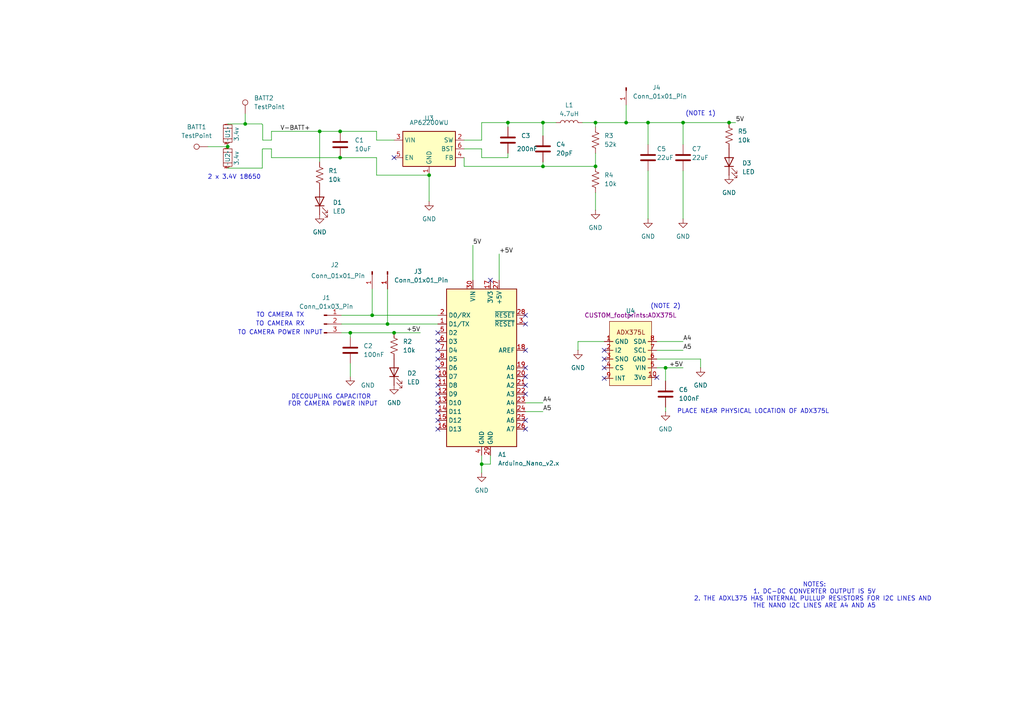
<source format=kicad_sch>
(kicad_sch
	(version 20231120)
	(generator "eeschema")
	(generator_version "8.0")
	(uuid "977e3c33-6744-4a35-9b77-0633aa2ba496")
	(paper "A4")
	(lib_symbols
		(symbol "Connector:Conn_01x01_Pin"
			(pin_names
				(offset 1.016) hide)
			(exclude_from_sim no)
			(in_bom yes)
			(on_board yes)
			(property "Reference" "J"
				(at 0 2.54 0)
				(effects
					(font
						(size 1.27 1.27)
					)
				)
			)
			(property "Value" "Conn_01x01_Pin"
				(at 0 -2.54 0)
				(effects
					(font
						(size 1.27 1.27)
					)
				)
			)
			(property "Footprint" ""
				(at 0 0 0)
				(effects
					(font
						(size 1.27 1.27)
					)
					(hide yes)
				)
			)
			(property "Datasheet" "~"
				(at 0 0 0)
				(effects
					(font
						(size 1.27 1.27)
					)
					(hide yes)
				)
			)
			(property "Description" "Generic connector, single row, 01x01, script generated"
				(at 0 0 0)
				(effects
					(font
						(size 1.27 1.27)
					)
					(hide yes)
				)
			)
			(property "ki_locked" ""
				(at 0 0 0)
				(effects
					(font
						(size 1.27 1.27)
					)
				)
			)
			(property "ki_keywords" "connector"
				(at 0 0 0)
				(effects
					(font
						(size 1.27 1.27)
					)
					(hide yes)
				)
			)
			(property "ki_fp_filters" "Connector*:*_1x??_*"
				(at 0 0 0)
				(effects
					(font
						(size 1.27 1.27)
					)
					(hide yes)
				)
			)
			(symbol "Conn_01x01_Pin_1_1"
				(polyline
					(pts
						(xy 1.27 0) (xy 0.8636 0)
					)
					(stroke
						(width 0.1524)
						(type default)
					)
					(fill
						(type none)
					)
				)
				(rectangle
					(start 0.8636 0.127)
					(end 0 -0.127)
					(stroke
						(width 0.1524)
						(type default)
					)
					(fill
						(type outline)
					)
				)
				(pin passive line
					(at 5.08 0 180)
					(length 3.81)
					(name "Pin_1"
						(effects
							(font
								(size 1.27 1.27)
							)
						)
					)
					(number "1"
						(effects
							(font
								(size 1.27 1.27)
							)
						)
					)
				)
			)
		)
		(symbol "Connector:Conn_01x03_Pin"
			(pin_names
				(offset 1.016) hide)
			(exclude_from_sim no)
			(in_bom yes)
			(on_board yes)
			(property "Reference" "J"
				(at 0 5.08 0)
				(effects
					(font
						(size 1.27 1.27)
					)
				)
			)
			(property "Value" "Conn_01x03_Pin"
				(at 0 -5.08 0)
				(effects
					(font
						(size 1.27 1.27)
					)
				)
			)
			(property "Footprint" ""
				(at 0 0 0)
				(effects
					(font
						(size 1.27 1.27)
					)
					(hide yes)
				)
			)
			(property "Datasheet" "~"
				(at 0 0 0)
				(effects
					(font
						(size 1.27 1.27)
					)
					(hide yes)
				)
			)
			(property "Description" "Generic connector, single row, 01x03, script generated"
				(at 0 0 0)
				(effects
					(font
						(size 1.27 1.27)
					)
					(hide yes)
				)
			)
			(property "ki_locked" ""
				(at 0 0 0)
				(effects
					(font
						(size 1.27 1.27)
					)
				)
			)
			(property "ki_keywords" "connector"
				(at 0 0 0)
				(effects
					(font
						(size 1.27 1.27)
					)
					(hide yes)
				)
			)
			(property "ki_fp_filters" "Connector*:*_1x??_*"
				(at 0 0 0)
				(effects
					(font
						(size 1.27 1.27)
					)
					(hide yes)
				)
			)
			(symbol "Conn_01x03_Pin_1_1"
				(polyline
					(pts
						(xy 1.27 -2.54) (xy 0.8636 -2.54)
					)
					(stroke
						(width 0.1524)
						(type default)
					)
					(fill
						(type none)
					)
				)
				(polyline
					(pts
						(xy 1.27 0) (xy 0.8636 0)
					)
					(stroke
						(width 0.1524)
						(type default)
					)
					(fill
						(type none)
					)
				)
				(polyline
					(pts
						(xy 1.27 2.54) (xy 0.8636 2.54)
					)
					(stroke
						(width 0.1524)
						(type default)
					)
					(fill
						(type none)
					)
				)
				(rectangle
					(start 0.8636 -2.413)
					(end 0 -2.667)
					(stroke
						(width 0.1524)
						(type default)
					)
					(fill
						(type outline)
					)
				)
				(rectangle
					(start 0.8636 0.127)
					(end 0 -0.127)
					(stroke
						(width 0.1524)
						(type default)
					)
					(fill
						(type outline)
					)
				)
				(rectangle
					(start 0.8636 2.667)
					(end 0 2.413)
					(stroke
						(width 0.1524)
						(type default)
					)
					(fill
						(type outline)
					)
				)
				(pin passive line
					(at 5.08 2.54 180)
					(length 3.81)
					(name "Pin_1"
						(effects
							(font
								(size 1.27 1.27)
							)
						)
					)
					(number "1"
						(effects
							(font
								(size 1.27 1.27)
							)
						)
					)
				)
				(pin passive line
					(at 5.08 0 180)
					(length 3.81)
					(name "Pin_2"
						(effects
							(font
								(size 1.27 1.27)
							)
						)
					)
					(number "2"
						(effects
							(font
								(size 1.27 1.27)
							)
						)
					)
				)
				(pin passive line
					(at 5.08 -2.54 180)
					(length 3.81)
					(name "Pin_3"
						(effects
							(font
								(size 1.27 1.27)
							)
						)
					)
					(number "3"
						(effects
							(font
								(size 1.27 1.27)
							)
						)
					)
				)
			)
		)
		(symbol "Connector:TestPoint"
			(pin_numbers hide)
			(pin_names
				(offset 0.762) hide)
			(exclude_from_sim no)
			(in_bom yes)
			(on_board yes)
			(property "Reference" "TP"
				(at 0 6.858 0)
				(effects
					(font
						(size 1.27 1.27)
					)
				)
			)
			(property "Value" "TestPoint"
				(at 0 5.08 0)
				(effects
					(font
						(size 1.27 1.27)
					)
				)
			)
			(property "Footprint" ""
				(at 5.08 0 0)
				(effects
					(font
						(size 1.27 1.27)
					)
					(hide yes)
				)
			)
			(property "Datasheet" "~"
				(at 5.08 0 0)
				(effects
					(font
						(size 1.27 1.27)
					)
					(hide yes)
				)
			)
			(property "Description" "test point"
				(at 0 0 0)
				(effects
					(font
						(size 1.27 1.27)
					)
					(hide yes)
				)
			)
			(property "ki_keywords" "test point tp"
				(at 0 0 0)
				(effects
					(font
						(size 1.27 1.27)
					)
					(hide yes)
				)
			)
			(property "ki_fp_filters" "Pin* Test*"
				(at 0 0 0)
				(effects
					(font
						(size 1.27 1.27)
					)
					(hide yes)
				)
			)
			(symbol "TestPoint_0_1"
				(circle
					(center 0 3.302)
					(radius 0.762)
					(stroke
						(width 0)
						(type default)
					)
					(fill
						(type none)
					)
				)
			)
			(symbol "TestPoint_1_1"
				(pin passive line
					(at 0 0 90)
					(length 2.54)
					(name "1"
						(effects
							(font
								(size 1.27 1.27)
							)
						)
					)
					(number "1"
						(effects
							(font
								(size 1.27 1.27)
							)
						)
					)
				)
			)
		)
		(symbol "Customm_symbols:battery"
			(exclude_from_sim no)
			(in_bom yes)
			(on_board yes)
			(property "Reference" "U"
				(at 0.1683 5.08 0)
				(effects
					(font
						(size 1.27 1.27)
					)
				)
			)
			(property "Value" "~"
				(at 0.1683 2.54 0)
				(effects
					(font
						(size 1.27 1.27)
					)
				)
			)
			(property "Footprint" ""
				(at -2.54 0 0)
				(effects
					(font
						(size 1.27 1.27)
					)
					(hide yes)
				)
			)
			(property "Datasheet" ""
				(at -2.54 0 0)
				(effects
					(font
						(size 1.27 1.27)
					)
					(hide yes)
				)
			)
			(property "Description" ""
				(at -2.54 0 0)
				(effects
					(font
						(size 1.27 1.27)
					)
					(hide yes)
				)
			)
			(symbol "battery_0_1"
				(polyline
					(pts
						(xy -2.54 1.27) (xy -2.54 -1.27) (xy 2.54 -1.27) (xy 2.54 1.27) (xy -2.54 1.27)
					)
					(stroke
						(width 0)
						(type default)
					)
					(fill
						(type none)
					)
				)
			)
			(symbol "battery_1_1"
				(polyline
					(pts
						(xy -1.524 1.27) (xy -1.524 -1.27)
					)
					(stroke
						(width 0)
						(type default)
					)
					(fill
						(type none)
					)
				)
				(polyline
					(pts
						(xy 1.524 1.27) (xy 1.524 -1.27)
					)
					(stroke
						(width 0)
						(type default)
					)
					(fill
						(type none)
					)
				)
				(arc
					(start 2.54 -0.508)
					(mid 2.8767 0)
					(end 2.54 0.508)
					(stroke
						(width 0)
						(type default)
					)
					(fill
						(type none)
					)
				)
				(pin input line
					(at -2.794 0 0)
					(length 0.254)
					(name "+"
						(effects
							(font
								(size 0.508 0.508)
							)
						)
					)
					(number "1"
						(effects
							(font
								(size 0.508 0.508)
							)
						)
					)
				)
				(pin input line
					(at 3.048 0 180)
					(length 0.254)
					(name "-"
						(effects
							(font
								(size 0.508 0.508)
							)
						)
					)
					(number "2"
						(effects
							(font
								(size 0.508 0.508)
							)
						)
					)
				)
			)
		)
		(symbol "Device:C"
			(pin_numbers hide)
			(pin_names
				(offset 0.254)
			)
			(exclude_from_sim no)
			(in_bom yes)
			(on_board yes)
			(property "Reference" "C"
				(at 0.635 2.54 0)
				(effects
					(font
						(size 1.27 1.27)
					)
					(justify left)
				)
			)
			(property "Value" "C"
				(at 0.635 -2.54 0)
				(effects
					(font
						(size 1.27 1.27)
					)
					(justify left)
				)
			)
			(property "Footprint" ""
				(at 0.9652 -3.81 0)
				(effects
					(font
						(size 1.27 1.27)
					)
					(hide yes)
				)
			)
			(property "Datasheet" "~"
				(at 0 0 0)
				(effects
					(font
						(size 1.27 1.27)
					)
					(hide yes)
				)
			)
			(property "Description" "Unpolarized capacitor"
				(at 0 0 0)
				(effects
					(font
						(size 1.27 1.27)
					)
					(hide yes)
				)
			)
			(property "ki_keywords" "cap capacitor"
				(at 0 0 0)
				(effects
					(font
						(size 1.27 1.27)
					)
					(hide yes)
				)
			)
			(property "ki_fp_filters" "C_*"
				(at 0 0 0)
				(effects
					(font
						(size 1.27 1.27)
					)
					(hide yes)
				)
			)
			(symbol "C_0_1"
				(polyline
					(pts
						(xy -2.032 -0.762) (xy 2.032 -0.762)
					)
					(stroke
						(width 0.508)
						(type default)
					)
					(fill
						(type none)
					)
				)
				(polyline
					(pts
						(xy -2.032 0.762) (xy 2.032 0.762)
					)
					(stroke
						(width 0.508)
						(type default)
					)
					(fill
						(type none)
					)
				)
			)
			(symbol "C_1_1"
				(pin passive line
					(at 0 3.81 270)
					(length 2.794)
					(name "~"
						(effects
							(font
								(size 1.27 1.27)
							)
						)
					)
					(number "1"
						(effects
							(font
								(size 1.27 1.27)
							)
						)
					)
				)
				(pin passive line
					(at 0 -3.81 90)
					(length 2.794)
					(name "~"
						(effects
							(font
								(size 1.27 1.27)
							)
						)
					)
					(number "2"
						(effects
							(font
								(size 1.27 1.27)
							)
						)
					)
				)
			)
		)
		(symbol "Device:L"
			(pin_numbers hide)
			(pin_names
				(offset 1.016) hide)
			(exclude_from_sim no)
			(in_bom yes)
			(on_board yes)
			(property "Reference" "L"
				(at -1.27 0 90)
				(effects
					(font
						(size 1.27 1.27)
					)
				)
			)
			(property "Value" "L"
				(at 1.905 0 90)
				(effects
					(font
						(size 1.27 1.27)
					)
				)
			)
			(property "Footprint" ""
				(at 0 0 0)
				(effects
					(font
						(size 1.27 1.27)
					)
					(hide yes)
				)
			)
			(property "Datasheet" "~"
				(at 0 0 0)
				(effects
					(font
						(size 1.27 1.27)
					)
					(hide yes)
				)
			)
			(property "Description" "Inductor"
				(at 0 0 0)
				(effects
					(font
						(size 1.27 1.27)
					)
					(hide yes)
				)
			)
			(property "ki_keywords" "inductor choke coil reactor magnetic"
				(at 0 0 0)
				(effects
					(font
						(size 1.27 1.27)
					)
					(hide yes)
				)
			)
			(property "ki_fp_filters" "Choke_* *Coil* Inductor_* L_*"
				(at 0 0 0)
				(effects
					(font
						(size 1.27 1.27)
					)
					(hide yes)
				)
			)
			(symbol "L_0_1"
				(arc
					(start 0 -2.54)
					(mid 0.6323 -1.905)
					(end 0 -1.27)
					(stroke
						(width 0)
						(type default)
					)
					(fill
						(type none)
					)
				)
				(arc
					(start 0 -1.27)
					(mid 0.6323 -0.635)
					(end 0 0)
					(stroke
						(width 0)
						(type default)
					)
					(fill
						(type none)
					)
				)
				(arc
					(start 0 0)
					(mid 0.6323 0.635)
					(end 0 1.27)
					(stroke
						(width 0)
						(type default)
					)
					(fill
						(type none)
					)
				)
				(arc
					(start 0 1.27)
					(mid 0.6323 1.905)
					(end 0 2.54)
					(stroke
						(width 0)
						(type default)
					)
					(fill
						(type none)
					)
				)
			)
			(symbol "L_1_1"
				(pin passive line
					(at 0 3.81 270)
					(length 1.27)
					(name "1"
						(effects
							(font
								(size 1.27 1.27)
							)
						)
					)
					(number "1"
						(effects
							(font
								(size 1.27 1.27)
							)
						)
					)
				)
				(pin passive line
					(at 0 -3.81 90)
					(length 1.27)
					(name "2"
						(effects
							(font
								(size 1.27 1.27)
							)
						)
					)
					(number "2"
						(effects
							(font
								(size 1.27 1.27)
							)
						)
					)
				)
			)
		)
		(symbol "Device:LED"
			(pin_numbers hide)
			(pin_names
				(offset 1.016) hide)
			(exclude_from_sim no)
			(in_bom yes)
			(on_board yes)
			(property "Reference" "D"
				(at 0 2.54 0)
				(effects
					(font
						(size 1.27 1.27)
					)
				)
			)
			(property "Value" "LED"
				(at 0 -2.54 0)
				(effects
					(font
						(size 1.27 1.27)
					)
				)
			)
			(property "Footprint" ""
				(at 0 0 0)
				(effects
					(font
						(size 1.27 1.27)
					)
					(hide yes)
				)
			)
			(property "Datasheet" "~"
				(at 0 0 0)
				(effects
					(font
						(size 1.27 1.27)
					)
					(hide yes)
				)
			)
			(property "Description" "Light emitting diode"
				(at 0 0 0)
				(effects
					(font
						(size 1.27 1.27)
					)
					(hide yes)
				)
			)
			(property "ki_keywords" "LED diode"
				(at 0 0 0)
				(effects
					(font
						(size 1.27 1.27)
					)
					(hide yes)
				)
			)
			(property "ki_fp_filters" "LED* LED_SMD:* LED_THT:*"
				(at 0 0 0)
				(effects
					(font
						(size 1.27 1.27)
					)
					(hide yes)
				)
			)
			(symbol "LED_0_1"
				(polyline
					(pts
						(xy -1.27 -1.27) (xy -1.27 1.27)
					)
					(stroke
						(width 0.254)
						(type default)
					)
					(fill
						(type none)
					)
				)
				(polyline
					(pts
						(xy -1.27 0) (xy 1.27 0)
					)
					(stroke
						(width 0)
						(type default)
					)
					(fill
						(type none)
					)
				)
				(polyline
					(pts
						(xy 1.27 -1.27) (xy 1.27 1.27) (xy -1.27 0) (xy 1.27 -1.27)
					)
					(stroke
						(width 0.254)
						(type default)
					)
					(fill
						(type none)
					)
				)
				(polyline
					(pts
						(xy -3.048 -0.762) (xy -4.572 -2.286) (xy -3.81 -2.286) (xy -4.572 -2.286) (xy -4.572 -1.524)
					)
					(stroke
						(width 0)
						(type default)
					)
					(fill
						(type none)
					)
				)
				(polyline
					(pts
						(xy -1.778 -0.762) (xy -3.302 -2.286) (xy -2.54 -2.286) (xy -3.302 -2.286) (xy -3.302 -1.524)
					)
					(stroke
						(width 0)
						(type default)
					)
					(fill
						(type none)
					)
				)
			)
			(symbol "LED_1_1"
				(pin passive line
					(at -3.81 0 0)
					(length 2.54)
					(name "K"
						(effects
							(font
								(size 1.27 1.27)
							)
						)
					)
					(number "1"
						(effects
							(font
								(size 1.27 1.27)
							)
						)
					)
				)
				(pin passive line
					(at 3.81 0 180)
					(length 2.54)
					(name "A"
						(effects
							(font
								(size 1.27 1.27)
							)
						)
					)
					(number "2"
						(effects
							(font
								(size 1.27 1.27)
							)
						)
					)
				)
			)
		)
		(symbol "Device:R_US"
			(pin_numbers hide)
			(pin_names
				(offset 0)
			)
			(exclude_from_sim no)
			(in_bom yes)
			(on_board yes)
			(property "Reference" "R"
				(at 2.54 0 90)
				(effects
					(font
						(size 1.27 1.27)
					)
				)
			)
			(property "Value" "R_US"
				(at -2.54 0 90)
				(effects
					(font
						(size 1.27 1.27)
					)
				)
			)
			(property "Footprint" ""
				(at 1.016 -0.254 90)
				(effects
					(font
						(size 1.27 1.27)
					)
					(hide yes)
				)
			)
			(property "Datasheet" "~"
				(at 0 0 0)
				(effects
					(font
						(size 1.27 1.27)
					)
					(hide yes)
				)
			)
			(property "Description" "Resistor, US symbol"
				(at 0 0 0)
				(effects
					(font
						(size 1.27 1.27)
					)
					(hide yes)
				)
			)
			(property "ki_keywords" "R res resistor"
				(at 0 0 0)
				(effects
					(font
						(size 1.27 1.27)
					)
					(hide yes)
				)
			)
			(property "ki_fp_filters" "R_*"
				(at 0 0 0)
				(effects
					(font
						(size 1.27 1.27)
					)
					(hide yes)
				)
			)
			(symbol "R_US_0_1"
				(polyline
					(pts
						(xy 0 -2.286) (xy 0 -2.54)
					)
					(stroke
						(width 0)
						(type default)
					)
					(fill
						(type none)
					)
				)
				(polyline
					(pts
						(xy 0 2.286) (xy 0 2.54)
					)
					(stroke
						(width 0)
						(type default)
					)
					(fill
						(type none)
					)
				)
				(polyline
					(pts
						(xy 0 -0.762) (xy 1.016 -1.143) (xy 0 -1.524) (xy -1.016 -1.905) (xy 0 -2.286)
					)
					(stroke
						(width 0)
						(type default)
					)
					(fill
						(type none)
					)
				)
				(polyline
					(pts
						(xy 0 0.762) (xy 1.016 0.381) (xy 0 0) (xy -1.016 -0.381) (xy 0 -0.762)
					)
					(stroke
						(width 0)
						(type default)
					)
					(fill
						(type none)
					)
				)
				(polyline
					(pts
						(xy 0 2.286) (xy 1.016 1.905) (xy 0 1.524) (xy -1.016 1.143) (xy 0 0.762)
					)
					(stroke
						(width 0)
						(type default)
					)
					(fill
						(type none)
					)
				)
			)
			(symbol "R_US_1_1"
				(pin passive line
					(at 0 3.81 270)
					(length 1.27)
					(name "~"
						(effects
							(font
								(size 1.27 1.27)
							)
						)
					)
					(number "1"
						(effects
							(font
								(size 1.27 1.27)
							)
						)
					)
				)
				(pin passive line
					(at 0 -3.81 90)
					(length 1.27)
					(name "~"
						(effects
							(font
								(size 1.27 1.27)
							)
						)
					)
					(number "2"
						(effects
							(font
								(size 1.27 1.27)
							)
						)
					)
				)
			)
		)
		(symbol "GND_1"
			(power)
			(pin_numbers hide)
			(pin_names
				(offset 0) hide)
			(exclude_from_sim no)
			(in_bom yes)
			(on_board yes)
			(property "Reference" "#PWR01"
				(at 0 -6.35 0)
				(effects
					(font
						(size 1.27 1.27)
					)
					(hide yes)
				)
			)
			(property "Value" "GND"
				(at 0 -5.08 0)
				(effects
					(font
						(size 1.27 1.27)
					)
				)
			)
			(property "Footprint" ""
				(at 0 0 0)
				(effects
					(font
						(size 1.27 1.27)
					)
					(hide yes)
				)
			)
			(property "Datasheet" ""
				(at 0 0 0)
				(effects
					(font
						(size 1.27 1.27)
					)
					(hide yes)
				)
			)
			(property "Description" "Power symbol creates a global label with name \"GND\" , ground"
				(at 0 0 0)
				(effects
					(font
						(size 1.27 1.27)
					)
					(hide yes)
				)
			)
			(property "ki_keywords" "global power"
				(at 0 0 0)
				(effects
					(font
						(size 1.27 1.27)
					)
					(hide yes)
				)
			)
			(symbol "GND_1_0_1"
				(polyline
					(pts
						(xy 0 0) (xy 0 -1.27) (xy 1.27 -1.27) (xy 0 -2.54) (xy -1.27 -1.27) (xy 0 -1.27)
					)
					(stroke
						(width 0)
						(type default)
					)
					(fill
						(type none)
					)
				)
			)
			(symbol "GND_1_1_1"
				(pin bidirectional line
					(at 0 0 270)
					(length 0)
					(name "~"
						(effects
							(font
								(size 1.27 1.27)
							)
						)
					)
					(number "1"
						(effects
							(font
								(size 1.27 1.27)
							)
						)
					)
				)
			)
		)
		(symbol "MCU_Module:Arduino_Nano_v2.x"
			(exclude_from_sim no)
			(in_bom yes)
			(on_board yes)
			(property "Reference" "A1"
				(at 4.7341 -25.146 0)
				(effects
					(font
						(size 1.27 1.27)
					)
					(justify left)
				)
			)
			(property "Value" "Arduino_Nano_v2.x"
				(at 4.7341 -27.686 0)
				(effects
					(font
						(size 1.27 1.27)
					)
					(justify left)
				)
			)
			(property "Footprint" "Module:Arduino_Nano"
				(at 0 0 0)
				(effects
					(font
						(size 1.27 1.27)
						(italic yes)
					)
					(hide yes)
				)
			)
			(property "Datasheet" "https://www.arduino.cc/en/uploads/Main/ArduinoNanoManual23.pdf"
				(at 0 0 0)
				(effects
					(font
						(size 1.27 1.27)
					)
					(hide yes)
				)
			)
			(property "Description" "Arduino Nano v2.x"
				(at 0 0 0)
				(effects
					(font
						(size 1.27 1.27)
					)
					(hide yes)
				)
			)
			(property "ki_keywords" "Arduino nano microcontroller module USB"
				(at 0 0 0)
				(effects
					(font
						(size 1.27 1.27)
					)
					(hide yes)
				)
			)
			(property "ki_fp_filters" "Arduino*Nano*"
				(at 0 0 0)
				(effects
					(font
						(size 1.27 1.27)
					)
					(hide yes)
				)
			)
			(symbol "Arduino_Nano_v2.x_0_1"
				(rectangle
					(start -10.16 22.86)
					(end 10.16 -22.86)
					(stroke
						(width 0.254)
						(type default)
					)
					(fill
						(type background)
					)
				)
			)
			(symbol "Arduino_Nano_v2.x_1_1"
				(pin bidirectional line
					(at -12.7 12.7 0)
					(length 2.54)
					(name "D1/TX"
						(effects
							(font
								(size 1.27 1.27)
							)
						)
					)
					(number "1"
						(effects
							(font
								(size 1.27 1.27)
							)
						)
					)
				)
				(pin bidirectional line
					(at -12.7 -2.54 0)
					(length 2.54)
					(name "D7"
						(effects
							(font
								(size 1.27 1.27)
							)
						)
					)
					(number "10"
						(effects
							(font
								(size 1.27 1.27)
							)
						)
					)
				)
				(pin bidirectional line
					(at -12.7 -5.08 0)
					(length 2.54)
					(name "D8"
						(effects
							(font
								(size 1.27 1.27)
							)
						)
					)
					(number "11"
						(effects
							(font
								(size 1.27 1.27)
							)
						)
					)
				)
				(pin bidirectional line
					(at -12.7 -7.62 0)
					(length 2.54)
					(name "D9"
						(effects
							(font
								(size 1.27 1.27)
							)
						)
					)
					(number "12"
						(effects
							(font
								(size 1.27 1.27)
							)
						)
					)
				)
				(pin bidirectional line
					(at -12.7 -10.16 0)
					(length 2.54)
					(name "D10"
						(effects
							(font
								(size 1.27 1.27)
							)
						)
					)
					(number "13"
						(effects
							(font
								(size 1.27 1.27)
							)
						)
					)
				)
				(pin bidirectional line
					(at -12.7 -12.7 0)
					(length 2.54)
					(name "D11"
						(effects
							(font
								(size 1.27 1.27)
							)
						)
					)
					(number "14"
						(effects
							(font
								(size 1.27 1.27)
							)
						)
					)
				)
				(pin bidirectional line
					(at -12.7 -15.24 0)
					(length 2.54)
					(name "D12"
						(effects
							(font
								(size 1.27 1.27)
							)
						)
					)
					(number "15"
						(effects
							(font
								(size 1.27 1.27)
							)
						)
					)
				)
				(pin bidirectional line
					(at -12.7 -17.78 0)
					(length 2.54)
					(name "D13"
						(effects
							(font
								(size 1.27 1.27)
							)
						)
					)
					(number "16"
						(effects
							(font
								(size 1.27 1.27)
							)
						)
					)
				)
				(pin power_out line
					(at 2.54 25.4 270)
					(length 2.54)
					(name "3V3"
						(effects
							(font
								(size 1.27 1.27)
							)
						)
					)
					(number "17"
						(effects
							(font
								(size 1.27 1.27)
							)
						)
					)
				)
				(pin input line
					(at 12.7 5.08 180)
					(length 2.54)
					(name "AREF"
						(effects
							(font
								(size 1.27 1.27)
							)
						)
					)
					(number "18"
						(effects
							(font
								(size 1.27 1.27)
							)
						)
					)
				)
				(pin bidirectional line
					(at 12.7 0 180)
					(length 2.54)
					(name "A0"
						(effects
							(font
								(size 1.27 1.27)
							)
						)
					)
					(number "19"
						(effects
							(font
								(size 1.27 1.27)
							)
						)
					)
				)
				(pin bidirectional line
					(at -12.7 15.24 0)
					(length 2.54)
					(name "D0/RX"
						(effects
							(font
								(size 1.27 1.27)
							)
						)
					)
					(number "2"
						(effects
							(font
								(size 1.27 1.27)
							)
						)
					)
				)
				(pin bidirectional line
					(at 12.7 -2.54 180)
					(length 2.54)
					(name "A1"
						(effects
							(font
								(size 1.27 1.27)
							)
						)
					)
					(number "20"
						(effects
							(font
								(size 1.27 1.27)
							)
						)
					)
				)
				(pin bidirectional line
					(at 12.7 -5.08 180)
					(length 2.54)
					(name "A2"
						(effects
							(font
								(size 1.27 1.27)
							)
						)
					)
					(number "21"
						(effects
							(font
								(size 1.27 1.27)
							)
						)
					)
				)
				(pin bidirectional line
					(at 12.7 -7.62 180)
					(length 2.54)
					(name "A3"
						(effects
							(font
								(size 1.27 1.27)
							)
						)
					)
					(number "22"
						(effects
							(font
								(size 1.27 1.27)
							)
						)
					)
				)
				(pin bidirectional line
					(at 12.7 -10.16 180)
					(length 2.54)
					(name "A4"
						(effects
							(font
								(size 1.27 1.27)
							)
						)
					)
					(number "23"
						(effects
							(font
								(size 1.27 1.27)
							)
						)
					)
				)
				(pin bidirectional line
					(at 12.7 -12.7 180)
					(length 2.54)
					(name "A5"
						(effects
							(font
								(size 1.27 1.27)
							)
						)
					)
					(number "24"
						(effects
							(font
								(size 1.27 1.27)
							)
						)
					)
				)
				(pin bidirectional line
					(at 12.7 -15.24 180)
					(length 2.54)
					(name "A6"
						(effects
							(font
								(size 1.27 1.27)
							)
						)
					)
					(number "25"
						(effects
							(font
								(size 1.27 1.27)
							)
						)
					)
				)
				(pin bidirectional line
					(at 12.7 -17.78 180)
					(length 2.54)
					(name "A7"
						(effects
							(font
								(size 1.27 1.27)
							)
						)
					)
					(number "26"
						(effects
							(font
								(size 1.27 1.27)
							)
						)
					)
				)
				(pin power_out line
					(at 5.08 25.4 270)
					(length 2.54)
					(name "+5V"
						(effects
							(font
								(size 1.27 1.27)
							)
						)
					)
					(number "27"
						(effects
							(font
								(size 1.27 1.27)
							)
						)
					)
				)
				(pin input line
					(at 12.7 15.24 180)
					(length 2.54)
					(name "~{RESET}"
						(effects
							(font
								(size 1.27 1.27)
							)
						)
					)
					(number "28"
						(effects
							(font
								(size 1.27 1.27)
							)
						)
					)
				)
				(pin power_in line
					(at 2.54 -25.4 90)
					(length 2.54)
					(name "GND"
						(effects
							(font
								(size 1.27 1.27)
							)
						)
					)
					(number "29"
						(effects
							(font
								(size 1.27 1.27)
							)
						)
					)
				)
				(pin input line
					(at 12.7 12.7 180)
					(length 2.54)
					(name "~{RESET}"
						(effects
							(font
								(size 1.27 1.27)
							)
						)
					)
					(number "3"
						(effects
							(font
								(size 1.27 1.27)
							)
						)
					)
				)
				(pin bidirectional line
					(at -2.54 25.4 270)
					(length 2.54)
					(name "VIN"
						(effects
							(font
								(size 1.27 1.27)
							)
						)
					)
					(number "30"
						(effects
							(font
								(size 1.27 1.27)
							)
						)
					)
				)
				(pin power_in line
					(at 0 -25.4 90)
					(length 2.54)
					(name "GND"
						(effects
							(font
								(size 1.27 1.27)
							)
						)
					)
					(number "4"
						(effects
							(font
								(size 1.27 1.27)
							)
						)
					)
				)
				(pin bidirectional line
					(at -12.7 10.16 0)
					(length 2.54)
					(name "D2"
						(effects
							(font
								(size 1.27 1.27)
							)
						)
					)
					(number "5"
						(effects
							(font
								(size 1.27 1.27)
							)
						)
					)
				)
				(pin bidirectional line
					(at -12.7 7.62 0)
					(length 2.54)
					(name "D3"
						(effects
							(font
								(size 1.27 1.27)
							)
						)
					)
					(number "6"
						(effects
							(font
								(size 1.27 1.27)
							)
						)
					)
				)
				(pin bidirectional line
					(at -12.7 5.08 0)
					(length 2.54)
					(name "D4"
						(effects
							(font
								(size 1.27 1.27)
							)
						)
					)
					(number "7"
						(effects
							(font
								(size 1.27 1.27)
							)
						)
					)
				)
				(pin bidirectional line
					(at -12.7 2.54 0)
					(length 2.54)
					(name "D5"
						(effects
							(font
								(size 1.27 1.27)
							)
						)
					)
					(number "8"
						(effects
							(font
								(size 1.27 1.27)
							)
						)
					)
				)
				(pin bidirectional line
					(at -12.7 0 0)
					(length 2.54)
					(name "D6"
						(effects
							(font
								(size 1.27 1.27)
							)
						)
					)
					(number "9"
						(effects
							(font
								(size 1.27 1.27)
							)
						)
					)
				)
			)
		)
		(symbol "R_US_1"
			(pin_numbers hide)
			(pin_names
				(offset 0)
			)
			(exclude_from_sim no)
			(in_bom yes)
			(on_board yes)
			(property "Reference" "R2"
				(at 2.54 1.2701 0)
				(effects
					(font
						(size 1.27 1.27)
					)
					(justify left)
				)
			)
			(property "Value" "10k"
				(at 2.54 -1.2699 0)
				(effects
					(font
						(size 1.27 1.27)
					)
					(justify left)
				)
			)
			(property "Footprint" ""
				(at 1.016 -0.254 90)
				(effects
					(font
						(size 1.27 1.27)
					)
					(hide yes)
				)
			)
			(property "Datasheet" "~"
				(at 0 0 0)
				(effects
					(font
						(size 1.27 1.27)
					)
					(hide yes)
				)
			)
			(property "Description" "Resistor, US symbol"
				(at 0 0 0)
				(effects
					(font
						(size 1.27 1.27)
					)
					(hide yes)
				)
			)
			(property "ki_keywords" "R res resistor"
				(at 0 0 0)
				(effects
					(font
						(size 1.27 1.27)
					)
					(hide yes)
				)
			)
			(property "ki_fp_filters" "R_*"
				(at 0 0 0)
				(effects
					(font
						(size 1.27 1.27)
					)
					(hide yes)
				)
			)
			(symbol "R_US_1_0_1"
				(polyline
					(pts
						(xy 0 -2.286) (xy 0 -2.54)
					)
					(stroke
						(width 0)
						(type default)
					)
					(fill
						(type none)
					)
				)
				(polyline
					(pts
						(xy 0 2.286) (xy 0 2.54)
					)
					(stroke
						(width 0)
						(type default)
					)
					(fill
						(type none)
					)
				)
				(polyline
					(pts
						(xy 0 -0.762) (xy 1.016 -1.143) (xy 0 -1.524) (xy -1.016 -1.905) (xy 0 -2.286)
					)
					(stroke
						(width 0)
						(type default)
					)
					(fill
						(type none)
					)
				)
				(polyline
					(pts
						(xy 0 0.762) (xy 1.016 0.381) (xy 0 0) (xy -1.016 -0.381) (xy 0 -0.762)
					)
					(stroke
						(width 0)
						(type default)
					)
					(fill
						(type none)
					)
				)
				(polyline
					(pts
						(xy 0 2.286) (xy 1.016 1.905) (xy 0 1.524) (xy -1.016 1.143) (xy 0 0.762)
					)
					(stroke
						(width 0)
						(type default)
					)
					(fill
						(type none)
					)
				)
			)
			(symbol "R_US_1_1_1"
				(pin passive line
					(at 0 3.81 270)
					(length 1.27)
					(name "~"
						(effects
							(font
								(size 1.27 1.27)
							)
						)
					)
					(number "1"
						(effects
							(font
								(size 1.27 1.27)
							)
						)
					)
				)
				(pin power_out line
					(at 0 -3.81 90)
					(length 1.27)
					(name "~"
						(effects
							(font
								(size 1.27 1.27)
							)
						)
					)
					(number "2"
						(effects
							(font
								(size 1.27 1.27)
							)
						)
					)
				)
			)
		)
		(symbol "Regulator_Switching:AP62250WU"
			(exclude_from_sim no)
			(in_bom yes)
			(on_board yes)
			(property "Reference" "U1"
				(at 0 8.89 0)
				(effects
					(font
						(size 1.27 1.27)
					)
				)
			)
			(property "Value" "AP62200WU"
				(at 0 7.62 0)
				(effects
					(font
						(size 1.27 1.27)
					)
				)
			)
			(property "Footprint" "Package_TO_SOT_SMD:TSOT-23-6"
				(at 0 8.89 0)
				(effects
					(font
						(size 1.27 1.27)
					)
					(hide yes)
				)
			)
			(property "Datasheet" "https://www.diodes.com/assets/Datasheets/AP62250.pdf"
				(at 0 -17.78 0)
				(effects
					(font
						(size 1.27 1.27)
					)
					(hide yes)
				)
			)
			(property "Description" "2.5A, 1.3MHz Buck DC/DC Converter, 4.2V-18V input voltage, 0.8V-7V adjustable output voltage, TSOT-23-6"
				(at 0 0 0)
				(effects
					(font
						(size 1.27 1.27)
					)
					(hide yes)
				)
			)
			(property "ki_keywords" "2.5A 1.3MHz PWM Buck DC/DC"
				(at 0 0 0)
				(effects
					(font
						(size 1.27 1.27)
					)
					(hide yes)
				)
			)
			(property "ki_fp_filters" "TSOT?23?6*"
				(at 0 0 0)
				(effects
					(font
						(size 1.27 1.27)
					)
					(hide yes)
				)
			)
			(symbol "AP62250WU_0_1"
				(rectangle
					(start -7.62 5.08)
					(end 7.62 -5.08)
					(stroke
						(width 0.254)
						(type default)
					)
					(fill
						(type background)
					)
				)
			)
			(symbol "AP62250WU_1_1"
				(pin bidirectional line
					(at 0 -7.62 90)
					(length 2.54)
					(name "GND"
						(effects
							(font
								(size 1.27 1.27)
							)
						)
					)
					(number "1"
						(effects
							(font
								(size 1.27 1.27)
							)
						)
					)
				)
				(pin output line
					(at 10.16 2.54 180)
					(length 2.54)
					(name "SW"
						(effects
							(font
								(size 1.27 1.27)
							)
						)
					)
					(number "2"
						(effects
							(font
								(size 1.27 1.27)
							)
						)
					)
				)
				(pin bidirectional line
					(at -10.16 2.54 0)
					(length 2.54)
					(name "VIN"
						(effects
							(font
								(size 1.27 1.27)
							)
						)
					)
					(number "3"
						(effects
							(font
								(size 1.27 1.27)
							)
						)
					)
				)
				(pin input line
					(at 10.16 -2.54 180)
					(length 2.54)
					(name "FB"
						(effects
							(font
								(size 1.27 1.27)
							)
						)
					)
					(number "4"
						(effects
							(font
								(size 1.27 1.27)
							)
						)
					)
				)
				(pin passive line
					(at -10.16 -2.54 0)
					(length 2.54)
					(name "EN"
						(effects
							(font
								(size 1.27 1.27)
							)
						)
					)
					(number "5"
						(effects
							(font
								(size 1.27 1.27)
							)
						)
					)
				)
				(pin passive line
					(at 10.16 0 180)
					(length 2.54)
					(name "BST"
						(effects
							(font
								(size 1.27 1.27)
							)
						)
					)
					(number "6"
						(effects
							(font
								(size 1.27 1.27)
							)
						)
					)
				)
			)
		)
		(symbol "Sensor:ADXL375"
			(exclude_from_sim no)
			(in_bom yes)
			(on_board yes)
			(property "Reference" "U4"
				(at 0.0127 1.27 0)
				(effects
					(font
						(size 1.27 1.27)
					)
				)
			)
			(property "Value" "~"
				(at 0.0127 0 0)
				(effects
					(font
						(size 1.27 1.27)
					)
				)
			)
			(property "Footprint" "Connector_PinHeader_1.00mm:PinHeader_2x04_P1.00mm_Vertical"
				(at 0 0 0)
				(effects
					(font
						(size 1.27 1.27)
					)
					(hide yes)
				)
			)
			(property "Datasheet" ""
				(at 0 0 0)
				(effects
					(font
						(size 1.27 1.27)
					)
					(hide yes)
				)
			)
			(property "Description" ""
				(at 0 0 0)
				(effects
					(font
						(size 1.27 1.27)
					)
					(hide yes)
				)
			)
			(symbol "ADXL375_0_0"
				(pin power_in line
					(at -7.62 -7.62 0)
					(length 2.54)
					(name "GND"
						(effects
							(font
								(size 1.27 1.27)
							)
						)
					)
					(number "1"
						(effects
							(font
								(size 1.27 1.27)
							)
						)
					)
				)
				(pin bidirectional line
					(at -7.62 -10.16 0)
					(length 2.54)
					(name "I2"
						(effects
							(font
								(size 1.27 1.27)
							)
						)
					)
					(number "2"
						(effects
							(font
								(size 1.27 1.27)
							)
						)
					)
				)
				(pin bidirectional line
					(at -7.62 -12.7 0)
					(length 2.54)
					(name "SNO"
						(effects
							(font
								(size 1.27 1.27)
							)
						)
					)
					(number "3"
						(effects
							(font
								(size 1.27 1.27)
							)
						)
					)
				)
				(pin bidirectional line
					(at -7.62 -15.24 0)
					(length 2.54)
					(name "CS"
						(effects
							(font
								(size 1.27 1.27)
							)
						)
					)
					(number "4"
						(effects
							(font
								(size 1.27 1.27)
							)
						)
					)
				)
			)
			(symbol "ADXL375_1_0"
				(pin power_in line
					(at 7.62 -18.034 180)
					(length 2.54)
					(name "3Vo"
						(effects
							(font
								(size 1.27 1.27)
							)
						)
					)
					(number "10"
						(effects
							(font
								(size 1.27 1.27)
							)
						)
					)
				)
				(pin power_in line
					(at 7.62 -15.24 180)
					(length 2.54)
					(name "VIN"
						(effects
							(font
								(size 1.27 1.27)
							)
						)
					)
					(number "5"
						(effects
							(font
								(size 1.27 1.27)
							)
						)
					)
				)
				(pin power_in line
					(at 7.62 -12.7 180)
					(length 2.54)
					(name "GND"
						(effects
							(font
								(size 1.27 1.27)
							)
						)
					)
					(number "6"
						(effects
							(font
								(size 1.27 1.27)
							)
						)
					)
				)
				(pin bidirectional line
					(at 7.62 -10.16 180)
					(length 2.54)
					(name "SCL"
						(effects
							(font
								(size 1.27 1.27)
							)
						)
					)
					(number "7"
						(effects
							(font
								(size 1.27 1.27)
							)
						)
					)
				)
				(pin bidirectional line
					(at 7.62 -7.62 180)
					(length 2.54)
					(name "SDA"
						(effects
							(font
								(size 1.27 1.27)
							)
						)
					)
					(number "8"
						(effects
							(font
								(size 1.27 1.27)
							)
						)
					)
				)
				(pin bidirectional line
					(at -7.62 -18.288 0)
					(length 2.54)
					(name "INT"
						(effects
							(font
								(size 1.27 1.27)
							)
						)
					)
					(number "9"
						(effects
							(font
								(size 1.27 1.27)
							)
						)
					)
				)
			)
			(symbol "ADXL375_1_1"
				(rectangle
					(start -6.096 -1.778)
					(end 6.1214 -20.4216)
					(stroke
						(width 0)
						(type default)
					)
					(fill
						(type background)
					)
				)
				(text "ADX375L"
					(at 0.127 -4.953 0)
					(effects
						(font
							(size 1.27 1.27)
						)
					)
				)
			)
		)
		(symbol "power:GND"
			(power)
			(pin_numbers hide)
			(pin_names
				(offset 0) hide)
			(exclude_from_sim no)
			(in_bom yes)
			(on_board yes)
			(property "Reference" "#PWR"
				(at 0 -6.35 0)
				(effects
					(font
						(size 1.27 1.27)
					)
					(hide yes)
				)
			)
			(property "Value" "GND"
				(at 0 -3.81 0)
				(effects
					(font
						(size 1.27 1.27)
					)
				)
			)
			(property "Footprint" ""
				(at 0 0 0)
				(effects
					(font
						(size 1.27 1.27)
					)
					(hide yes)
				)
			)
			(property "Datasheet" ""
				(at 0 0 0)
				(effects
					(font
						(size 1.27 1.27)
					)
					(hide yes)
				)
			)
			(property "Description" "Power symbol creates a global label with name \"GND\" , ground"
				(at 0 0 0)
				(effects
					(font
						(size 1.27 1.27)
					)
					(hide yes)
				)
			)
			(property "ki_keywords" "global power"
				(at 0 0 0)
				(effects
					(font
						(size 1.27 1.27)
					)
					(hide yes)
				)
			)
			(symbol "GND_0_1"
				(polyline
					(pts
						(xy 0 0) (xy 0 -1.27) (xy 1.27 -1.27) (xy 0 -2.54) (xy -1.27 -1.27) (xy 0 -1.27)
					)
					(stroke
						(width 0)
						(type default)
					)
					(fill
						(type none)
					)
				)
			)
			(symbol "GND_1_1"
				(pin power_in line
					(at 0 0 270)
					(length 0)
					(name "~"
						(effects
							(font
								(size 1.27 1.27)
							)
						)
					)
					(number "1"
						(effects
							(font
								(size 1.27 1.27)
							)
						)
					)
				)
			)
		)
	)
	(junction
		(at 114.3 96.52)
		(diameter 0)
		(color 0 0 0 0)
		(uuid "06335d31-ba47-484d-a488-4bfad248562c")
	)
	(junction
		(at 107.95 91.44)
		(diameter 0)
		(color 0 0 0 0)
		(uuid "296f0dd5-1115-44fe-b306-1612f46048a5")
	)
	(junction
		(at 112.395 93.98)
		(diameter 0)
		(color 0 0 0 0)
		(uuid "2ed0989f-ed45-4ade-82b3-18895596f93d")
	)
	(junction
		(at 172.72 35.56)
		(diameter 0)
		(color 0 0 0 0)
		(uuid "3b41a418-0bbc-4fc6-a71d-9991a545eac8")
	)
	(junction
		(at 98.6559 45.72)
		(diameter 0)
		(color 0 0 0 0)
		(uuid "44b02802-38c3-4710-824e-59dd168121e2")
	)
	(junction
		(at 157.48 35.56)
		(diameter 0)
		(color 0 0 0 0)
		(uuid "59e0a44e-6030-4c4f-8008-a930989bfdd1")
	)
	(junction
		(at 71.1264 35.941)
		(diameter 0)
		(color 0 0 0 0)
		(uuid "60cf2b69-bbe8-4aa0-9763-f2e61b61b24c")
	)
	(junction
		(at 157.48 48.26)
		(diameter 0)
		(color 0 0 0 0)
		(uuid "61a03566-824e-427b-8941-5718bdfb136a")
	)
	(junction
		(at 187.96 35.56)
		(diameter 0)
		(color 0 0 0 0)
		(uuid "79f1bea2-55df-4b6c-9cc9-53258f82e316")
	)
	(junction
		(at 193.04 106.68)
		(diameter 0)
		(color 0 0 0 0)
		(uuid "818c7ca9-7396-4389-b24e-1ea7a1987719")
	)
	(junction
		(at 172.72 48.26)
		(diameter 0)
		(color 0 0 0 0)
		(uuid "a24a7507-f4f4-4c76-b5a4-51a4f3c5f32f")
	)
	(junction
		(at 92.71 38.1)
		(diameter 0)
		(color 0 0 0 0)
		(uuid "a6378a65-a557-48e3-8b65-09bb443e8a24")
	)
	(junction
		(at 98.6559 38.1)
		(diameter 0)
		(color 0 0 0 0)
		(uuid "b2144412-d04e-4f50-a812-2fe30f07dd76")
	)
	(junction
		(at 66.04 42.545)
		(diameter 0)
		(color 0 0 0 0)
		(uuid "bb467867-18f3-4dac-af57-08e7b95809d4")
	)
	(junction
		(at 198.12 35.56)
		(diameter 0)
		(color 0 0 0 0)
		(uuid "bcc08532-334c-4b0c-978c-01957c498f3d")
	)
	(junction
		(at 101.6 96.52)
		(diameter 0)
		(color 0 0 0 0)
		(uuid "c7b49e65-d454-4f48-b6af-410271efbe00")
	)
	(junction
		(at 211.455 35.56)
		(diameter 0)
		(color 0 0 0 0)
		(uuid "d0dce8f6-13e7-4cea-a9e1-0aa5a4ce1150")
	)
	(junction
		(at 124.46 50.8)
		(diameter 0)
		(color 0 0 0 0)
		(uuid "da9015cf-58a7-4a36-83e6-1808be4c7183")
	)
	(junction
		(at 139.7 134.62)
		(diameter 0)
		(color 0 0 0 0)
		(uuid "e20488ef-2dc0-49f6-850b-b5f6095700a3")
	)
	(junction
		(at 147.32 35.56)
		(diameter 0)
		(color 0 0 0 0)
		(uuid "f0bf3cf2-5626-4c2c-b371-c4392622540d")
	)
	(junction
		(at 181.61 35.56)
		(diameter 0)
		(color 0 0 0 0)
		(uuid "ffd9c741-edc3-4dd1-a12a-45c4f87c2f41")
	)
	(no_connect
		(at 152.4 111.76)
		(uuid "02eaab83-7b51-4f53-8b07-2ad1fa7eef19")
	)
	(no_connect
		(at 152.4 91.44)
		(uuid "08c0f00a-1108-40be-a0d4-c41e2c4e5927")
	)
	(no_connect
		(at 114.3 45.72)
		(uuid "20f8f5cf-dd31-4e6b-9883-71779685893a")
	)
	(no_connect
		(at 152.4 106.68)
		(uuid "29075794-79be-4aef-b1f5-06c24c8040c1")
	)
	(no_connect
		(at 127 121.92)
		(uuid "290d872f-7505-460e-9b58-3baff51e5475")
	)
	(no_connect
		(at 127 101.6)
		(uuid "4477cd87-11ce-4792-ac96-ece2f8231921")
	)
	(no_connect
		(at 127 109.22)
		(uuid "54a21f2e-c355-44c6-a82f-0b6f2d8b48d0")
	)
	(no_connect
		(at 127 106.68)
		(uuid "64041285-9348-402e-9d32-27fbf0ad6f3c")
	)
	(no_connect
		(at 190.5 109.474)
		(uuid "696f817e-4633-4302-bbe3-1707f27e8daf")
	)
	(no_connect
		(at 152.4 109.22)
		(uuid "735bc4f8-6393-4208-a3db-ef236ec96eba")
	)
	(no_connect
		(at 127 119.38)
		(uuid "890d17b1-a53d-443d-85e9-65ef0ed72693")
	)
	(no_connect
		(at 152.4 93.98)
		(uuid "8c4ac68c-e2df-403b-9a7a-9170e0aa813b")
	)
	(no_connect
		(at 152.4 124.46)
		(uuid "925e4ff2-936a-4b56-acc5-6647548195f7")
	)
	(no_connect
		(at 127 116.84)
		(uuid "92dc93db-c08c-4de1-9bb9-aefe48dcb1cc")
	)
	(no_connect
		(at 175.26 106.68)
		(uuid "93ac85d9-3ad7-466e-bc9e-06c03ad60f34")
	)
	(no_connect
		(at 175.26 104.14)
		(uuid "9546bad0-36d8-4c38-8952-87db7f50c1d6")
	)
	(no_connect
		(at 127 111.76)
		(uuid "981e3caf-d0b9-48fb-a62a-532a87541034")
	)
	(no_connect
		(at 175.26 109.728)
		(uuid "9c3f4929-8bb5-437e-b6d1-e0f2014f9920")
	)
	(no_connect
		(at 142.24 81.28)
		(uuid "a2923794-29c5-443f-802e-36057809a225")
	)
	(no_connect
		(at 127 96.52)
		(uuid "c0dc20af-03a2-4fcb-b14a-0237cc6ae704")
	)
	(no_connect
		(at 127 114.3)
		(uuid "c4416aee-d850-40c2-8bc5-5f9051ee56f1")
	)
	(no_connect
		(at 175.26 101.6)
		(uuid "c5996eae-9534-44f7-b562-31aec0351471")
	)
	(no_connect
		(at 127 124.46)
		(uuid "c782425f-56ad-4952-97c8-90454cd25c9b")
	)
	(no_connect
		(at 152.4 121.92)
		(uuid "c8c3be6a-0c1c-420b-ba32-74079a938066")
	)
	(no_connect
		(at 127 99.06)
		(uuid "d15f37c0-70d6-4738-995f-680cf2c843a7")
	)
	(no_connect
		(at 152.4 114.3)
		(uuid "d59ae911-9311-4f6a-84ce-0d8e616647bd")
	)
	(no_connect
		(at 127 104.14)
		(uuid "da5cd029-1d86-4895-95d1-b498846d3f4a")
	)
	(no_connect
		(at 152.4 101.6)
		(uuid "ed35b60c-cce3-4ebc-b93b-28f4fdfef3a5")
	)
	(wire
		(pts
			(xy 193.04 118.11) (xy 193.04 119.38)
		)
		(stroke
			(width 0)
			(type default)
		)
		(uuid "001569b1-a22e-47b0-afa5-52fc5b049337")
	)
	(wire
		(pts
			(xy 99.06 96.52) (xy 101.6 96.52)
		)
		(stroke
			(width 0)
			(type default)
		)
		(uuid "01c73112-8b78-4867-a4a5-ed9c5aef7587")
	)
	(wire
		(pts
			(xy 139.7 35.56) (xy 139.7 40.64)
		)
		(stroke
			(width 0)
			(type default)
		)
		(uuid "024ae72d-c5bf-4ab3-8fd6-81b895c7d0ab")
	)
	(wire
		(pts
			(xy 109.22 45.72) (xy 109.22 50.8)
		)
		(stroke
			(width 0)
			(type default)
		)
		(uuid "0440f1a0-1ff9-4096-89cd-84a2fdc0e8e3")
	)
	(wire
		(pts
			(xy 101.6 105.41) (xy 101.6 109.22)
		)
		(stroke
			(width 0)
			(type default)
		)
		(uuid "05b29eba-5ceb-48e4-bdb2-dc2c72ad5e5f")
	)
	(wire
		(pts
			(xy 71.12 33.02) (xy 71.12 35.9346)
		)
		(stroke
			(width 0)
			(type default)
		)
		(uuid "081df43a-a176-4954-a6cf-6e1a0304319a")
	)
	(wire
		(pts
			(xy 152.4 119.38) (xy 157.48 119.38)
		)
		(stroke
			(width 0)
			(type default)
		)
		(uuid "0cfdbf8c-3ab9-4a32-a04e-9d46c7d0115c")
	)
	(wire
		(pts
			(xy 71.1264 35.941) (xy 75.946 35.941)
		)
		(stroke
			(width 0)
			(type default)
		)
		(uuid "12d530f9-0078-47ca-9ecd-b7699dabc99d")
	)
	(wire
		(pts
			(xy 172.72 55.88) (xy 172.72 60.96)
		)
		(stroke
			(width 0)
			(type default)
		)
		(uuid "154ebc9b-4619-40c7-ac99-77653ae16421")
	)
	(wire
		(pts
			(xy 98.6559 38.1) (xy 109.22 38.1)
		)
		(stroke
			(width 0)
			(type default)
		)
		(uuid "1659d1e5-e9b6-4345-9bd0-038dbfeec57f")
	)
	(wire
		(pts
			(xy 181.61 30.48) (xy 181.61 35.56)
		)
		(stroke
			(width 0)
			(type default)
		)
		(uuid "16d898e9-1358-476b-bed0-9676c420f416")
	)
	(wire
		(pts
			(xy 203.2 104.14) (xy 203.2 106.68)
		)
		(stroke
			(width 0)
			(type default)
		)
		(uuid "1a42af6c-e457-4e6b-8f56-e0ad1b769e7b")
	)
	(wire
		(pts
			(xy 139.7 132.08) (xy 139.7 134.62)
		)
		(stroke
			(width 0)
			(type default)
		)
		(uuid "23149ecd-bb7e-4180-947b-e93ddde65deb")
	)
	(wire
		(pts
			(xy 66.04 42.545) (xy 66.04 42.926)
		)
		(stroke
			(width 0)
			(type default)
		)
		(uuid "246e3601-1755-4f40-824c-4f06da0134a5")
	)
	(wire
		(pts
			(xy 187.96 35.56) (xy 198.12 35.56)
		)
		(stroke
			(width 0)
			(type default)
		)
		(uuid "26a6f73e-9c53-4f55-b6cb-660172ada060")
	)
	(wire
		(pts
			(xy 109.22 38.1) (xy 109.22 40.64)
		)
		(stroke
			(width 0)
			(type default)
		)
		(uuid "2d5ccb56-0a01-4922-8b69-fd505db5fec0")
	)
	(wire
		(pts
			(xy 124.46 50.8) (xy 124.46 58.42)
		)
		(stroke
			(width 0)
			(type default)
		)
		(uuid "2fe40377-4af7-4af2-8017-bbd50a94dc17")
	)
	(wire
		(pts
			(xy 187.96 49.53) (xy 187.96 63.5)
		)
		(stroke
			(width 0)
			(type default)
		)
		(uuid "329db6a6-0b6b-4f4e-a868-bd6470b3098a")
	)
	(wire
		(pts
			(xy 139.7 35.56) (xy 147.32 35.56)
		)
		(stroke
			(width 0)
			(type default)
		)
		(uuid "371c1ef0-ca4e-4e72-8fce-db9bb2fd580a")
	)
	(wire
		(pts
			(xy 134.62 43.18) (xy 139.7 43.18)
		)
		(stroke
			(width 0)
			(type default)
		)
		(uuid "399dbcc1-e48c-4dba-a0f5-f27d98ff9415")
	)
	(wire
		(pts
			(xy 76.073 43.307) (xy 76.2 43.18)
		)
		(stroke
			(width 0)
			(type default)
		)
		(uuid "3e62fce1-e027-401e-b24b-e8cdc4f8689b")
	)
	(wire
		(pts
			(xy 198.12 49.53) (xy 198.12 63.5)
		)
		(stroke
			(width 0)
			(type default)
		)
		(uuid "425eced1-3464-41ee-8be0-bfeabf0a6389")
	)
	(wire
		(pts
			(xy 107.95 83.82) (xy 107.95 91.44)
		)
		(stroke
			(width 0)
			(type default)
		)
		(uuid "43a9bedc-5b8c-4727-93d2-716c73781645")
	)
	(wire
		(pts
			(xy 139.7 43.18) (xy 139.7 45.72)
		)
		(stroke
			(width 0)
			(type default)
		)
		(uuid "504a7dad-7763-4602-956a-5045b7fac97f")
	)
	(wire
		(pts
			(xy 137.16 71.12) (xy 137.16 81.28)
		)
		(stroke
			(width 0)
			(type default)
		)
		(uuid "511dc2e2-5f44-41e0-9d64-d4d64281464b")
	)
	(wire
		(pts
			(xy 134.62 40.64) (xy 139.7 40.64)
		)
		(stroke
			(width 0)
			(type default)
		)
		(uuid "5294ae2e-c536-44e4-9929-ee2e3602f1c6")
	)
	(wire
		(pts
			(xy 134.62 48.26) (xy 157.48 48.26)
		)
		(stroke
			(width 0)
			(type default)
		)
		(uuid "55f0de02-3883-4b4c-876f-d0225c2da080")
	)
	(wire
		(pts
			(xy 78.74 45.72) (xy 98.6559 45.72)
		)
		(stroke
			(width 0)
			(type default)
		)
		(uuid "5903e5ca-b62b-492f-87df-c5ccfcb5e4ce")
	)
	(wire
		(pts
			(xy 107.95 91.44) (xy 127 91.44)
		)
		(stroke
			(width 0)
			(type default)
		)
		(uuid "5926bb0c-3dd6-4f67-9262-9e074ab73065")
	)
	(wire
		(pts
			(xy 92.71 38.1) (xy 92.71 46.99)
		)
		(stroke
			(width 0)
			(type default)
		)
		(uuid "59f1874b-f0ac-4a48-9ae6-99d489a26054")
	)
	(wire
		(pts
			(xy 147.32 35.56) (xy 157.48 35.56)
		)
		(stroke
			(width 0)
			(type default)
		)
		(uuid "5b0b55da-f3d0-44ea-aaea-f86a3df993f4")
	)
	(wire
		(pts
			(xy 71.12 35.9346) (xy 71.1264 35.941)
		)
		(stroke
			(width 0)
			(type default)
		)
		(uuid "5c8ae11f-185a-496e-b4e0-4eeb3f3b00c3")
	)
	(wire
		(pts
			(xy 139.7 134.62) (xy 139.7 137.16)
		)
		(stroke
			(width 0)
			(type default)
		)
		(uuid "5f6267a7-b0b8-4da2-9c79-d4bc1857fb12")
	)
	(wire
		(pts
			(xy 76.2 36.195) (xy 76.2 40.64)
		)
		(stroke
			(width 0)
			(type default)
		)
		(uuid "6b07487a-d11f-4460-bcfe-656bc62169c8")
	)
	(wire
		(pts
			(xy 157.48 35.56) (xy 161.29 35.56)
		)
		(stroke
			(width 0)
			(type default)
		)
		(uuid "6d0d48ae-8449-4d95-8617-b4d7958b09dc")
	)
	(wire
		(pts
			(xy 76.2 43.18) (xy 78.74 43.18)
		)
		(stroke
			(width 0)
			(type default)
		)
		(uuid "72670fe4-7186-46ad-af02-ca365e154840")
	)
	(wire
		(pts
			(xy 193.04 106.68) (xy 198.12 106.68)
		)
		(stroke
			(width 0)
			(type default)
		)
		(uuid "7a0e4aba-35a6-45de-96a9-0828488e0a9a")
	)
	(wire
		(pts
			(xy 101.6 96.52) (xy 114.3 96.52)
		)
		(stroke
			(width 0)
			(type default)
		)
		(uuid "7aa242ba-1d51-4a7c-b951-6c4cb746d376")
	)
	(wire
		(pts
			(xy 109.22 40.64) (xy 114.3 40.64)
		)
		(stroke
			(width 0)
			(type default)
		)
		(uuid "7d9b0a27-8c4b-49ed-ba61-ac903f9c6f4a")
	)
	(wire
		(pts
			(xy 157.48 48.26) (xy 172.72 48.26)
		)
		(stroke
			(width 0)
			(type default)
		)
		(uuid "7dc8bf14-69dc-4f91-ac0d-8f936a96bd60")
	)
	(wire
		(pts
			(xy 168.91 35.56) (xy 172.72 35.56)
		)
		(stroke
			(width 0)
			(type default)
		)
		(uuid "800c3cbb-92ea-4f3f-9d44-7ab7c21ee174")
	)
	(wire
		(pts
			(xy 198.12 35.56) (xy 198.12 41.91)
		)
		(stroke
			(width 0)
			(type default)
		)
		(uuid "81345257-13aa-494c-97ce-72e9f1102ff5")
	)
	(wire
		(pts
			(xy 99.06 91.44) (xy 107.95 91.44)
		)
		(stroke
			(width 0)
			(type default)
		)
		(uuid "82d54e72-9146-4421-81af-ffa89d3bccb2")
	)
	(wire
		(pts
			(xy 139.7 45.72) (xy 147.32 45.72)
		)
		(stroke
			(width 0)
			(type default)
		)
		(uuid "8462dee4-8f9a-47c1-9490-f72ffb14e8f4")
	)
	(wire
		(pts
			(xy 66.04 48.768) (xy 76.073 48.768)
		)
		(stroke
			(width 0)
			(type default)
		)
		(uuid "86695779-d4f6-4924-b32b-355283946c33")
	)
	(wire
		(pts
			(xy 190.5 99.06) (xy 198.12 99.06)
		)
		(stroke
			(width 0)
			(type default)
		)
		(uuid "87396175-c2ca-4874-9fb2-913eec8f0833")
	)
	(wire
		(pts
			(xy 109.22 50.8) (xy 124.46 50.8)
		)
		(stroke
			(width 0)
			(type default)
		)
		(uuid "8883d865-72f2-4e27-b926-77a24741ca0d")
	)
	(wire
		(pts
			(xy 98.6559 38.1) (xy 98.6863 38.1304)
		)
		(stroke
			(width 0)
			(type default)
		)
		(uuid "8a21a115-28a7-4ac9-a375-bcb7daec4415")
	)
	(wire
		(pts
			(xy 181.61 35.56) (xy 187.96 35.56)
		)
		(stroke
			(width 0)
			(type default)
		)
		(uuid "8c1aa10d-dd0b-4363-a28b-f7b7f2d99235")
	)
	(wire
		(pts
			(xy 190.5 104.14) (xy 203.2 104.14)
		)
		(stroke
			(width 0)
			(type default)
		)
		(uuid "8da33ad7-ee14-409f-beab-712929d33f8a")
	)
	(wire
		(pts
			(xy 172.72 35.56) (xy 181.61 35.56)
		)
		(stroke
			(width 0)
			(type default)
		)
		(uuid "8eec9de2-a637-4e33-9d15-40b3c34b43fe")
	)
	(wire
		(pts
			(xy 190.5 106.68) (xy 193.04 106.68)
		)
		(stroke
			(width 0)
			(type default)
		)
		(uuid "96853858-85a7-47de-9dc4-847319eed82f")
	)
	(wire
		(pts
			(xy 152.4 116.84) (xy 157.48 116.84)
		)
		(stroke
			(width 0)
			(type default)
		)
		(uuid "982ca63d-eaed-4b30-9d39-48390075ac1d")
	)
	(wire
		(pts
			(xy 76.073 48.768) (xy 76.073 43.307)
		)
		(stroke
			(width 0)
			(type default)
		)
		(uuid "9ddb654f-e290-470a-8e7b-38ebdf1e2882")
	)
	(wire
		(pts
			(xy 101.6 96.52) (xy 101.6 97.79)
		)
		(stroke
			(width 0)
			(type default)
		)
		(uuid "9e8458d5-cd91-42d7-8be5-dc6a144dcefc")
	)
	(wire
		(pts
			(xy 147.32 44.45) (xy 147.32 45.72)
		)
		(stroke
			(width 0)
			(type default)
		)
		(uuid "9f68cdcd-89ff-4bb4-882b-cd28707e75ef")
	)
	(wire
		(pts
			(xy 147.32 35.56) (xy 147.32 36.83)
		)
		(stroke
			(width 0)
			(type default)
		)
		(uuid "9f76c82f-c203-4eb8-a45c-4ddef0a82dce")
	)
	(wire
		(pts
			(xy 98.6559 45.72) (xy 109.22 45.72)
		)
		(stroke
			(width 0)
			(type default)
		)
		(uuid "a01ee4e1-c115-40da-8391-bfb58f27da14")
	)
	(wire
		(pts
			(xy 193.04 106.68) (xy 193.04 110.49)
		)
		(stroke
			(width 0)
			(type default)
		)
		(uuid "a376ec7a-017e-4545-8b49-c5d88507bf69")
	)
	(wire
		(pts
			(xy 134.62 45.72) (xy 134.62 48.26)
		)
		(stroke
			(width 0)
			(type default)
		)
		(uuid "aa629803-4e43-4e15-a227-595ba23b712c")
	)
	(wire
		(pts
			(xy 66.04 41.783) (xy 66.04 42.545)
		)
		(stroke
			(width 0)
			(type default)
		)
		(uuid "aa82d7e4-19d6-4ea7-95fc-fc61f7bf41bd")
	)
	(wire
		(pts
			(xy 157.48 46.99) (xy 157.48 48.26)
		)
		(stroke
			(width 0)
			(type default)
		)
		(uuid "ab071e61-307d-4f65-889e-df6f62f47b7d")
	)
	(wire
		(pts
			(xy 112.395 93.98) (xy 127 93.98)
		)
		(stroke
			(width 0)
			(type default)
		)
		(uuid "acf8a020-629d-4acb-9c97-16d82d2708b6")
	)
	(wire
		(pts
			(xy 167.64 99.06) (xy 167.64 101.6)
		)
		(stroke
			(width 0)
			(type default)
		)
		(uuid "b5cd7c00-acb9-4ac2-9d65-89fd607c5715")
	)
	(wire
		(pts
			(xy 60.325 42.545) (xy 66.04 42.545)
		)
		(stroke
			(width 0)
			(type default)
		)
		(uuid "b62b13ba-c1db-4ad6-a206-ae12b8da7fd8")
	)
	(wire
		(pts
			(xy 92.71 38.1) (xy 98.6559 38.1)
		)
		(stroke
			(width 0)
			(type default)
		)
		(uuid "baa51e1e-ab64-491a-8800-af431bb338f8")
	)
	(wire
		(pts
			(xy 198.12 35.56) (xy 211.455 35.56)
		)
		(stroke
			(width 0)
			(type default)
		)
		(uuid "bd6bdd45-aced-4936-8ecf-60922d73d6b4")
	)
	(wire
		(pts
			(xy 142.24 132.08) (xy 142.24 134.62)
		)
		(stroke
			(width 0)
			(type default)
		)
		(uuid "c02a165f-527e-4521-8001-8c754c4a296b")
	)
	(wire
		(pts
			(xy 78.74 38.1) (xy 78.74 40.64)
		)
		(stroke
			(width 0)
			(type default)
		)
		(uuid "c1986b46-3d36-40d5-a82e-d540dd00c0ff")
	)
	(wire
		(pts
			(xy 98.6559 45.72) (xy 98.6863 45.7504)
		)
		(stroke
			(width 0)
			(type default)
		)
		(uuid "c39335ee-a161-4523-b669-ab7bd73e1b49")
	)
	(wire
		(pts
			(xy 190.5 101.6) (xy 198.12 101.6)
		)
		(stroke
			(width 0)
			(type default)
		)
		(uuid "c3bbb3e9-43df-466f-b10a-7f65428e2874")
	)
	(wire
		(pts
			(xy 144.78 73.66) (xy 144.78 81.28)
		)
		(stroke
			(width 0)
			(type default)
		)
		(uuid "cbf62d37-848c-4daa-9874-ffd818713034")
	)
	(wire
		(pts
			(xy 66.04 35.941) (xy 71.1264 35.941)
		)
		(stroke
			(width 0)
			(type default)
		)
		(uuid "d975fea1-554a-4125-b5c4-6b5e4d8062de")
	)
	(wire
		(pts
			(xy 139.7 134.62) (xy 142.24 134.62)
		)
		(stroke
			(width 0)
			(type default)
		)
		(uuid "dd33e8bc-7e23-4495-a4f2-186cbcda114f")
	)
	(wire
		(pts
			(xy 211.455 35.56) (xy 213.36 35.56)
		)
		(stroke
			(width 0)
			(type default)
		)
		(uuid "e19c6bde-ac70-459c-8e5f-78096985bcbd")
	)
	(wire
		(pts
			(xy 157.48 35.56) (xy 157.48 39.37)
		)
		(stroke
			(width 0)
			(type default)
		)
		(uuid "eab4ffc6-bccb-4ef9-be1d-a07980e92d18")
	)
	(wire
		(pts
			(xy 76.2 40.64) (xy 78.74 40.64)
		)
		(stroke
			(width 0)
			(type default)
		)
		(uuid "eb060f09-1e93-485f-ab54-0947e55843c1")
	)
	(wire
		(pts
			(xy 112.395 83.82) (xy 112.395 93.98)
		)
		(stroke
			(width 0)
			(type default)
		)
		(uuid "ee1376f3-d1ce-42b5-a976-f50c5cb70332")
	)
	(wire
		(pts
			(xy 78.74 43.18) (xy 78.74 45.72)
		)
		(stroke
			(width 0)
			(type default)
		)
		(uuid "eec5b7b9-9303-4e5f-8735-d9894f149942")
	)
	(wire
		(pts
			(xy 172.72 44.45) (xy 172.72 48.26)
		)
		(stroke
			(width 0)
			(type default)
		)
		(uuid "f0fa1ba5-b4d3-4165-bba2-a0a4801873b9")
	)
	(wire
		(pts
			(xy 172.72 35.56) (xy 172.72 36.83)
		)
		(stroke
			(width 0)
			(type default)
		)
		(uuid "f32de87d-beb1-4582-bec0-5f4747108bd4")
	)
	(wire
		(pts
			(xy 167.64 99.06) (xy 175.26 99.06)
		)
		(stroke
			(width 0)
			(type default)
		)
		(uuid "f472db93-0806-45ad-bfd3-4a96a592374e")
	)
	(wire
		(pts
			(xy 187.96 35.56) (xy 187.96 41.91)
		)
		(stroke
			(width 0)
			(type default)
		)
		(uuid "f64f9884-160a-4014-8b71-359a5964514f")
	)
	(wire
		(pts
			(xy 75.946 35.941) (xy 76.2 36.195)
		)
		(stroke
			(width 0)
			(type default)
		)
		(uuid "f9184ad1-40c9-4914-a696-ff1d171112e2")
	)
	(wire
		(pts
			(xy 99.06 93.98) (xy 112.395 93.98)
		)
		(stroke
			(width 0)
			(type default)
		)
		(uuid "f9ccec81-b5a0-4b38-bcf9-91b7ce502264")
	)
	(wire
		(pts
			(xy 114.3 96.52) (xy 121.92 96.52)
		)
		(stroke
			(width 0)
			(type default)
		)
		(uuid "fa9ed41a-8548-47b8-9503-b8958079d953")
	)
	(wire
		(pts
			(xy 78.74 38.1) (xy 92.71 38.1)
		)
		(stroke
			(width 0)
			(type default)
		)
		(uuid "fab1204a-e217-45b1-800b-8765cccfd2de")
	)
	(text "NOTES:\n1. DC-DC CONVERTER OUTPUT IS 5V\n2. THE ADXL375 HAS INTERNAL PULLUP RESISTORS FOR I2C LINES AND \nTHE NANO I2C LINES ARE A4 AND A5"
		(exclude_from_sim no)
		(at 236.22 172.72 0)
		(effects
			(font
				(size 1.27 1.27)
			)
		)
		(uuid "3e71383a-c0a5-4fcb-b217-e807e19d69e0")
	)
	(text "TO CAMERA POWER INPUT"
		(exclude_from_sim no)
		(at 81.28 96.52 0)
		(effects
			(font
				(size 1.27 1.27)
			)
		)
		(uuid "4d9ba2d1-9fa9-4dfa-b514-db6ca8f194f0")
	)
	(text "2 x 3.4V 18650"
		(exclude_from_sim no)
		(at 67.945 51.435 0)
		(effects
			(font
				(size 1.27 1.27)
			)
		)
		(uuid "536aec9f-59e3-472a-ab0c-bd9a5ec10995")
	)
	(text "DECOUPLING CAPACITOR \nFOR CAMERA POWER INPUT"
		(exclude_from_sim no)
		(at 96.52 116.205 0)
		(effects
			(font
				(size 1.27 1.27)
			)
		)
		(uuid "5e1496e4-7136-48da-8bf1-caf40f2a5efa")
	)
	(text "PLACE NEAR PHYSICAL LOCATION OF ADX375L"
		(exclude_from_sim no)
		(at 218.44 119.38 0)
		(effects
			(font
				(size 1.27 1.27)
			)
		)
		(uuid "80b891da-488a-4b7f-96ce-6f006ec24328")
	)
	(text "TO CAMERA RX"
		(exclude_from_sim no)
		(at 81.28 93.98 0)
		(effects
			(font
				(size 1.27 1.27)
			)
		)
		(uuid "846cd07a-6308-41f2-8e47-4340142c4abf")
	)
	(text "TO CAMERA TX"
		(exclude_from_sim no)
		(at 81.28 91.44 0)
		(effects
			(font
				(size 1.27 1.27)
			)
		)
		(uuid "959cf018-df8d-4269-9367-baed2bf54eb4")
	)
	(text "(NOTE 2)"
		(exclude_from_sim no)
		(at 193.04 88.9 0)
		(effects
			(font
				(size 1.27 1.27)
			)
		)
		(uuid "992dd1d2-2e95-4469-b3cb-31d09d1d4235")
	)
	(text "(NOTE 1)"
		(exclude_from_sim no)
		(at 203.2 33.02 0)
		(effects
			(font
				(size 1.27 1.27)
			)
		)
		(uuid "a09304f9-13ca-4ec7-a9e5-0fd48894d551")
	)
	(label "V-BATT+"
		(at 81.28 38.1 0)
		(fields_autoplaced yes)
		(effects
			(font
				(size 1.27 1.27)
			)
			(justify left bottom)
		)
		(uuid "11cba6d2-f1d8-43fc-a93a-5d2be7e53d27")
	)
	(label "5V"
		(at 137.16 71.12 0)
		(fields_autoplaced yes)
		(effects
			(font
				(size 1.27 1.27)
			)
			(justify left bottom)
		)
		(uuid "176a79ae-cff0-40f8-ba47-4210bc2c4ddf")
	)
	(label "+5V"
		(at 198.12 106.68 180)
		(fields_autoplaced yes)
		(effects
			(font
				(size 1.27 1.27)
			)
			(justify right bottom)
		)
		(uuid "23e02ea9-fc38-46b9-80ae-1433ed58bf88")
	)
	(label "A5"
		(at 198.12 101.6 0)
		(fields_autoplaced yes)
		(effects
			(font
				(size 1.27 1.27)
			)
			(justify left bottom)
		)
		(uuid "2c4774b2-0336-400f-94d2-75570cd3c579")
	)
	(label "+5V"
		(at 121.92 96.52 180)
		(fields_autoplaced yes)
		(effects
			(font
				(size 1.27 1.27)
			)
			(justify right bottom)
		)
		(uuid "6e74b6e2-694b-490b-973f-75b0bcabb33c")
	)
	(label "A5"
		(at 157.48 119.38 0)
		(fields_autoplaced yes)
		(effects
			(font
				(size 1.27 1.27)
			)
			(justify left bottom)
		)
		(uuid "712e69ee-f88c-4003-98c3-a72dddef7db5")
	)
	(label "5V"
		(at 213.36 35.56 0)
		(fields_autoplaced yes)
		(effects
			(font
				(size 1.27 1.27)
			)
			(justify left bottom)
		)
		(uuid "879866a2-fca5-4d9f-88eb-9ae2c369b0e8")
	)
	(label "A4"
		(at 198.12 99.06 0)
		(fields_autoplaced yes)
		(effects
			(font
				(size 1.27 1.27)
			)
			(justify left bottom)
		)
		(uuid "91ef5679-60d3-49f3-ac5e-062cde09a63d")
	)
	(label "A4"
		(at 157.48 116.84 0)
		(fields_autoplaced yes)
		(effects
			(font
				(size 1.27 1.27)
			)
			(justify left bottom)
		)
		(uuid "c695e232-033c-4973-bae4-bd917ddc6c00")
	)
	(label "+5V"
		(at 144.78 73.66 0)
		(fields_autoplaced yes)
		(effects
			(font
				(size 1.27 1.27)
			)
			(justify left bottom)
		)
		(uuid "db4d4711-d22f-485c-917d-8b788a69538e")
	)
	(symbol
		(lib_id "Device:C")
		(at 157.48 43.18 0)
		(unit 1)
		(exclude_from_sim no)
		(in_bom yes)
		(on_board yes)
		(dnp no)
		(fields_autoplaced yes)
		(uuid "04a306ad-c7e5-491e-918d-7d4271c45ca9")
		(property "Reference" "C4"
			(at 161.29 41.9099 0)
			(effects
				(font
					(size 1.27 1.27)
				)
				(justify left)
			)
		)
		(property "Value" "20pF"
			(at 161.29 44.4499 0)
			(effects
				(font
					(size 1.27 1.27)
				)
				(justify left)
			)
		)
		(property "Footprint" "Capacitor_THT:C_Rect_L4.0mm_W2.5mm_P2.50mm"
			(at 158.4452 46.99 0)
			(effects
				(font
					(size 1.27 1.27)
				)
				(hide yes)
			)
		)
		(property "Datasheet" "~"
			(at 157.48 43.18 0)
			(effects
				(font
					(size 1.27 1.27)
				)
				(hide yes)
			)
		)
		(property "Description" "Unpolarized capacitor"
			(at 157.48 43.18 0)
			(effects
				(font
					(size 1.27 1.27)
				)
				(hide yes)
			)
		)
		(pin "1"
			(uuid "39370049-71d5-4e3c-a76b-2a68fd530a1b")
		)
		(pin "2"
			(uuid "dd055fe5-204f-41c4-9709-94dabae7e100")
		)
		(instances
			(project "ROCKETRY Camera PCB"
				(path "/977e3c33-6744-4a35-9b77-0633aa2ba496"
					(reference "C4")
					(unit 1)
				)
			)
		)
	)
	(symbol
		(lib_id "Customm_symbols:battery")
		(at 66.04 45.72 270)
		(unit 1)
		(exclude_from_sim no)
		(in_bom yes)
		(on_board yes)
		(dnp no)
		(uuid "14bedc19-49c8-4e47-ac28-7634702f4450")
		(property "Reference" "U2"
			(at 66.04 45.72 0)
			(effects
				(font
					(size 1.27 1.27)
				)
			)
		)
		(property "Value" "3.4v"
			(at 68.58 45.8883 0)
			(effects
				(font
					(size 1.27 1.27)
				)
			)
		)
		(property "Footprint" "CUSTOM_footprints:BatteryClip_Keystone_54_D16-19mm"
			(at 66.04 43.18 0)
			(effects
				(font
					(size 1.27 1.27)
				)
				(hide yes)
			)
		)
		(property "Datasheet" ""
			(at 66.04 43.18 0)
			(effects
				(font
					(size 1.27 1.27)
				)
				(hide yes)
			)
		)
		(property "Description" ""
			(at 66.04 43.18 0)
			(effects
				(font
					(size 1.27 1.27)
				)
				(hide yes)
			)
		)
		(pin "1"
			(uuid "ec1d7e6c-18c3-4303-b4db-348e0106c258")
		)
		(pin "2"
			(uuid "a13d5739-aa00-47f8-9816-223f4b6bc4d0")
		)
		(instances
			(project "ROCKETRY Camera PCB"
				(path "/977e3c33-6744-4a35-9b77-0633aa2ba496"
					(reference "U2")
					(unit 1)
				)
			)
		)
	)
	(symbol
		(lib_id "power:GND")
		(at 172.72 60.96 0)
		(unit 1)
		(exclude_from_sim no)
		(in_bom yes)
		(on_board yes)
		(dnp no)
		(fields_autoplaced yes)
		(uuid "1799c084-9c2a-4f6a-8134-0166332ee0dd")
		(property "Reference" "#PWR07"
			(at 172.72 67.31 0)
			(effects
				(font
					(size 1.27 1.27)
				)
				(hide yes)
			)
		)
		(property "Value" "GND"
			(at 172.72 66.04 0)
			(effects
				(font
					(size 1.27 1.27)
				)
			)
		)
		(property "Footprint" ""
			(at 172.72 60.96 0)
			(effects
				(font
					(size 1.27 1.27)
				)
				(hide yes)
			)
		)
		(property "Datasheet" ""
			(at 172.72 60.96 0)
			(effects
				(font
					(size 1.27 1.27)
				)
				(hide yes)
			)
		)
		(property "Description" "Power symbol creates a global label with name \"GND\" , ground"
			(at 172.72 60.96 0)
			(effects
				(font
					(size 1.27 1.27)
				)
				(hide yes)
			)
		)
		(pin "1"
			(uuid "8fe7b3d8-9e76-48e9-933b-4f34df272dbf")
		)
		(instances
			(project "ROCKETRY Camera PCB"
				(path "/977e3c33-6744-4a35-9b77-0633aa2ba496"
					(reference "#PWR07")
					(unit 1)
				)
			)
		)
	)
	(symbol
		(lib_id "MCU_Module:Arduino_Nano_v2.x")
		(at 139.7 106.68 0)
		(unit 1)
		(exclude_from_sim no)
		(in_bom yes)
		(on_board yes)
		(dnp no)
		(fields_autoplaced yes)
		(uuid "196a1f2e-ef1d-4a7e-9bc8-493afd7a7209")
		(property "Reference" "A1"
			(at 144.4341 131.826 0)
			(effects
				(font
					(size 1.27 1.27)
				)
				(justify left)
			)
		)
		(property "Value" "Arduino_Nano_v2.x"
			(at 144.4341 134.366 0)
			(effects
				(font
					(size 1.27 1.27)
				)
				(justify left)
			)
		)
		(property "Footprint" "Module:Arduino_Nano"
			(at 139.7 106.68 0)
			(effects
				(font
					(size 1.27 1.27)
					(italic yes)
				)
				(hide yes)
			)
		)
		(property "Datasheet" "https://www.arduino.cc/en/uploads/Main/ArduinoNanoManual23.pdf"
			(at 139.7 106.68 0)
			(effects
				(font
					(size 1.27 1.27)
				)
				(hide yes)
			)
		)
		(property "Description" "Arduino Nano v2.x"
			(at 139.7 106.68 0)
			(effects
				(font
					(size 1.27 1.27)
				)
				(hide yes)
			)
		)
		(pin "20"
			(uuid "d88c5324-0d56-4428-ac2f-1fd701fb055c")
		)
		(pin "7"
			(uuid "acd6328c-2923-4d54-8213-c8ca7655c5b9")
		)
		(pin "15"
			(uuid "4dfae08d-4f7d-429c-8fae-0f198e19c53f")
		)
		(pin "1"
			(uuid "bfcd68ab-c52d-4fc0-80ad-cf169f53755d")
		)
		(pin "17"
			(uuid "f7ac9c9d-8845-47d8-ab18-0682c14793f6")
		)
		(pin "10"
			(uuid "a0d568bb-0074-4d02-9a77-f90cdc7f80c7")
		)
		(pin "16"
			(uuid "79bfdc87-a40d-4d3d-b655-49e1da75570f")
		)
		(pin "5"
			(uuid "a672cd5b-9608-4ea9-b804-3713dc5a2c5b")
		)
		(pin "9"
			(uuid "597ffa56-3e34-43c8-a244-ebb6fa8a06de")
		)
		(pin "23"
			(uuid "8cfc964a-9cb5-4ad7-8f42-06361a0717ce")
		)
		(pin "25"
			(uuid "e39d5639-4d20-494b-afde-cba9c0a274ef")
		)
		(pin "3"
			(uuid "d1d49f2e-65d6-4ce9-ace7-b3bd746fbbf6")
		)
		(pin "18"
			(uuid "b24b2b54-0217-48dd-8a85-df9140f31d78")
		)
		(pin "29"
			(uuid "5782e6ec-561b-497a-a2b6-26d0156a1652")
		)
		(pin "24"
			(uuid "f7d46bb9-6815-41bd-9a8b-7b7f5bde2313")
		)
		(pin "27"
			(uuid "52ade271-a110-48e4-9bc4-6f1f59ccb038")
		)
		(pin "8"
			(uuid "07d021a2-67fd-4e50-87eb-c596f1774605")
		)
		(pin "2"
			(uuid "d165e0c4-be57-41c8-b22f-36374cbb92eb")
		)
		(pin "12"
			(uuid "9c017004-bb50-4b88-8537-771728d258c2")
		)
		(pin "13"
			(uuid "a1d94198-1f8b-4552-a278-f43dac6aae36")
		)
		(pin "22"
			(uuid "4bf6faa0-12e3-4dbc-9e33-b8fa005ad257")
		)
		(pin "28"
			(uuid "a8584759-2fff-49e5-bcf1-4f92a12d4f08")
		)
		(pin "11"
			(uuid "9b986c21-bae1-468c-b5dd-788e92e33fb5")
		)
		(pin "30"
			(uuid "1c4ca6f6-f035-4e7b-91d2-9ac23791b416")
		)
		(pin "4"
			(uuid "38dded32-0ca2-4aee-b956-2560facf3e66")
		)
		(pin "21"
			(uuid "fe9d907b-ee4c-4466-b7a8-3007b253ef3f")
		)
		(pin "19"
			(uuid "8da737bd-d50b-4f2c-af17-4baa6478c9cf")
		)
		(pin "14"
			(uuid "5bdbe2c9-1dd3-42f0-95fe-6d8a280d8921")
		)
		(pin "26"
			(uuid "5c858575-3fe6-4f33-a030-9cac452531bb")
		)
		(pin "6"
			(uuid "b50a3189-9964-4394-a6de-c1ee2f7799d5")
		)
		(instances
			(project "ROCKETRY Camera PCB"
				(path "/977e3c33-6744-4a35-9b77-0633aa2ba496"
					(reference "A1")
					(unit 1)
				)
			)
		)
	)
	(symbol
		(lib_id "Device:C")
		(at 98.6863 41.9404 0)
		(unit 1)
		(exclude_from_sim no)
		(in_bom yes)
		(on_board yes)
		(dnp no)
		(fields_autoplaced yes)
		(uuid "1a1a3002-2071-4cf0-b69c-371ae181a45c")
		(property "Reference" "C1"
			(at 102.87 40.6703 0)
			(effects
				(font
					(size 1.27 1.27)
				)
				(justify left)
			)
		)
		(property "Value" "10uF"
			(at 102.87 43.2103 0)
			(effects
				(font
					(size 1.27 1.27)
				)
				(justify left)
			)
		)
		(property "Footprint" "Capacitor_THT:CP_Radial_D4.0mm_P2.00mm"
			(at 99.6515 45.7504 0)
			(effects
				(font
					(size 1.27 1.27)
				)
				(hide yes)
			)
		)
		(property "Datasheet" "~"
			(at 98.6863 41.9404 0)
			(effects
				(font
					(size 1.27 1.27)
				)
				(hide yes)
			)
		)
		(property "Description" "Unpolarized capacitor"
			(at 98.6863 41.9404 0)
			(effects
				(font
					(size 1.27 1.27)
				)
				(hide yes)
			)
		)
		(pin "1"
			(uuid "64cb2be5-962f-4444-b385-c318f5572981")
		)
		(pin "2"
			(uuid "47c8f931-8a47-4edd-a1f5-7a92b46e0275")
		)
		(instances
			(project "ROCKETRY Camera PCB"
				(path "/977e3c33-6744-4a35-9b77-0633aa2ba496"
					(reference "C1")
					(unit 1)
				)
			)
		)
	)
	(symbol
		(lib_id "Connector:TestPoint")
		(at 60.325 42.545 90)
		(unit 1)
		(exclude_from_sim no)
		(in_bom yes)
		(on_board yes)
		(dnp no)
		(fields_autoplaced yes)
		(uuid "1dcef436-77b1-4541-a799-d20aadcf11f5")
		(property "Reference" "BATT1"
			(at 57.023 36.83 90)
			(effects
				(font
					(size 1.27 1.27)
				)
			)
		)
		(property "Value" "TestPoint"
			(at 57.023 39.37 90)
			(effects
				(font
					(size 1.27 1.27)
				)
			)
		)
		(property "Footprint" "TestPoint:TestPoint_Pad_D2.0mm"
			(at 60.325 37.465 0)
			(effects
				(font
					(size 1.27 1.27)
				)
				(hide yes)
			)
		)
		(property "Datasheet" "~"
			(at 60.325 37.465 0)
			(effects
				(font
					(size 1.27 1.27)
				)
				(hide yes)
			)
		)
		(property "Description" "test point"
			(at 60.325 42.545 0)
			(effects
				(font
					(size 1.27 1.27)
				)
				(hide yes)
			)
		)
		(pin "1"
			(uuid "e67ddf7c-1482-4c12-8c24-0a3336f9c39f")
		)
		(instances
			(project "ROCKETRY Camera PCB"
				(path "/977e3c33-6744-4a35-9b77-0633aa2ba496"
					(reference "BATT1")
					(unit 1)
				)
			)
		)
	)
	(symbol
		(lib_id "Device:C")
		(at 198.12 45.72 0)
		(unit 1)
		(exclude_from_sim no)
		(in_bom yes)
		(on_board yes)
		(dnp no)
		(uuid "1fbc3e0f-1293-4dc8-bee9-6090573074b4")
		(property "Reference" "C7"
			(at 200.66 43.18 0)
			(effects
				(font
					(size 1.27 1.27)
				)
				(justify left)
			)
		)
		(property "Value" "22uF"
			(at 200.66 45.72 0)
			(effects
				(font
					(size 1.27 1.27)
				)
				(justify left)
			)
		)
		(property "Footprint" "Capacitor_THT:CP_Radial_D4.0mm_P2.00mm"
			(at 199.0852 49.53 0)
			(effects
				(font
					(size 1.27 1.27)
				)
				(hide yes)
			)
		)
		(property "Datasheet" "~"
			(at 198.12 45.72 0)
			(effects
				(font
					(size 1.27 1.27)
				)
				(hide yes)
			)
		)
		(property "Description" "Unpolarized capacitor"
			(at 198.12 45.72 0)
			(effects
				(font
					(size 1.27 1.27)
				)
				(hide yes)
			)
		)
		(pin "1"
			(uuid "ffcf096f-11d0-4365-ad30-e80a2a8cb1ea")
		)
		(pin "2"
			(uuid "3406a4f0-e223-4f89-93dd-1abdfdaa68ac")
		)
		(instances
			(project "ROCKETRY Camera PCB"
				(path "/977e3c33-6744-4a35-9b77-0633aa2ba496"
					(reference "C7")
					(unit 1)
				)
			)
		)
	)
	(symbol
		(lib_name "R_US_1")
		(lib_id "Device:R_US")
		(at 172.72 52.07 0)
		(unit 1)
		(exclude_from_sim no)
		(in_bom yes)
		(on_board yes)
		(dnp no)
		(fields_autoplaced yes)
		(uuid "281aa794-e5dc-4ef9-880a-d44f29c90152")
		(property "Reference" "R4"
			(at 175.26 50.7999 0)
			(effects
				(font
					(size 1.27 1.27)
				)
				(justify left)
			)
		)
		(property "Value" "10k"
			(at 175.26 53.3399 0)
			(effects
				(font
					(size 1.27 1.27)
				)
				(justify left)
			)
		)
		(property "Footprint" "Resistor_THT:R_Axial_DIN0207_L6.3mm_D2.5mm_P10.16mm_Horizontal"
			(at 173.736 52.324 90)
			(effects
				(font
					(size 1.27 1.27)
				)
				(hide yes)
			)
		)
		(property "Datasheet" "~"
			(at 172.72 52.07 0)
			(effects
				(font
					(size 1.27 1.27)
				)
				(hide yes)
			)
		)
		(property "Description" "Resistor, US symbol"
			(at 172.72 52.07 0)
			(effects
				(font
					(size 1.27 1.27)
				)
				(hide yes)
			)
		)
		(pin "1"
			(uuid "926f51e6-bbcc-41f4-8ce5-ba3f49066f24")
		)
		(pin "2"
			(uuid "a3200799-3e67-4cca-a4a6-d0f8ecf21c65")
		)
		(instances
			(project "ROCKETRY Camera PCB"
				(path "/977e3c33-6744-4a35-9b77-0633aa2ba496"
					(reference "R4")
					(unit 1)
				)
			)
		)
	)
	(symbol
		(lib_id "Connector:Conn_01x01_Pin")
		(at 107.95 78.74 270)
		(unit 1)
		(exclude_from_sim no)
		(in_bom yes)
		(on_board yes)
		(dnp no)
		(uuid "37fc5f49-ab26-4bf5-ae81-8ee00b7c47e5")
		(property "Reference" "J2"
			(at 95.885 76.835 90)
			(effects
				(font
					(size 1.27 1.27)
				)
				(justify left)
			)
		)
		(property "Value" "Conn_01x01_Pin"
			(at 90.17 80.01 90)
			(effects
				(font
					(size 1.27 1.27)
				)
				(justify left)
			)
		)
		(property "Footprint" "Connector_PinHeader_1.00mm:PinHeader_1x01_P1.00mm_Vertical"
			(at 107.95 78.74 0)
			(effects
				(font
					(size 1.27 1.27)
				)
				(hide yes)
			)
		)
		(property "Datasheet" "~"
			(at 107.95 78.74 0)
			(effects
				(font
					(size 1.27 1.27)
				)
				(hide yes)
			)
		)
		(property "Description" "Generic connector, single row, 01x01, script generated"
			(at 107.95 78.74 0)
			(effects
				(font
					(size 1.27 1.27)
				)
				(hide yes)
			)
		)
		(pin "1"
			(uuid "11359ca6-9ade-4dc1-8078-7473791b3396")
		)
		(instances
			(project "ROCKETRY Camera PCB"
				(path "/977e3c33-6744-4a35-9b77-0633aa2ba496"
					(reference "J2")
					(unit 1)
				)
			)
		)
	)
	(symbol
		(lib_id "Regulator_Switching:AP62250WU")
		(at 124.46 43.18 0)
		(unit 1)
		(exclude_from_sim no)
		(in_bom yes)
		(on_board yes)
		(dnp no)
		(fields_autoplaced yes)
		(uuid "4dbd66e3-8f0e-420c-be0f-1aae83bcac65")
		(property "Reference" "U3"
			(at 124.46 34.29 0)
			(effects
				(font
					(size 1.27 1.27)
				)
			)
		)
		(property "Value" "AP62200WU"
			(at 124.46 35.56 0)
			(effects
				(font
					(size 1.27 1.27)
				)
			)
		)
		(property "Footprint" "Package_TO_SOT_SMD:TSOT-23-6"
			(at 124.46 34.29 0)
			(effects
				(font
					(size 1.27 1.27)
				)
				(hide yes)
			)
		)
		(property "Datasheet" "https://www.diodes.com/assets/Datasheets/AP62250.pdf"
			(at 124.46 60.96 0)
			(effects
				(font
					(size 1.27 1.27)
				)
				(hide yes)
			)
		)
		(property "Description" "2.5A, 1.3MHz Buck DC/DC Converter, 4.2V-18V input voltage, 0.8V-7V adjustable output voltage, TSOT-23-6"
			(at 124.46 43.18 0)
			(effects
				(font
					(size 1.27 1.27)
				)
				(hide yes)
			)
		)
		(pin "2"
			(uuid "01d0513e-2eee-4581-a109-bfa6a876fc22")
		)
		(pin "5"
			(uuid "098f77fa-77fb-4634-9336-3e5cd5f82054")
		)
		(pin "4"
			(uuid "68421d9c-f524-4774-80b1-6f9b68b22737")
		)
		(pin "1"
			(uuid "3ec529be-eb2f-4f02-bf59-c8f6fa45364e")
		)
		(pin "6"
			(uuid "d9128157-4d23-475a-af9d-362dd090053b")
		)
		(pin "3"
			(uuid "664197a2-a161-4def-a463-a19aa05bb1a7")
		)
		(instances
			(project "ROCKETRY Camera PCB"
				(path "/977e3c33-6744-4a35-9b77-0633aa2ba496"
					(reference "U3")
					(unit 1)
				)
			)
		)
	)
	(symbol
		(lib_id "power:GND")
		(at 167.64 101.6 0)
		(unit 1)
		(exclude_from_sim no)
		(in_bom yes)
		(on_board yes)
		(dnp no)
		(fields_autoplaced yes)
		(uuid "4fa6adb0-9c31-4425-97b0-982c2615e3a4")
		(property "Reference" "#PWR06"
			(at 167.64 107.95 0)
			(effects
				(font
					(size 1.27 1.27)
				)
				(hide yes)
			)
		)
		(property "Value" "GND"
			(at 167.64 106.68 0)
			(effects
				(font
					(size 1.27 1.27)
				)
			)
		)
		(property "Footprint" ""
			(at 167.64 101.6 0)
			(effects
				(font
					(size 1.27 1.27)
				)
				(hide yes)
			)
		)
		(property "Datasheet" ""
			(at 167.64 101.6 0)
			(effects
				(font
					(size 1.27 1.27)
				)
				(hide yes)
			)
		)
		(property "Description" "Power symbol creates a global label with name \"GND\" , ground"
			(at 167.64 101.6 0)
			(effects
				(font
					(size 1.27 1.27)
				)
				(hide yes)
			)
		)
		(pin "1"
			(uuid "61834ae0-1e7d-4140-b54d-0548f67f7d7b")
		)
		(instances
			(project "ROCKETRY Camera PCB"
				(path "/977e3c33-6744-4a35-9b77-0633aa2ba496"
					(reference "#PWR06")
					(unit 1)
				)
			)
		)
	)
	(symbol
		(lib_id "power:GND")
		(at 198.12 63.5 0)
		(unit 1)
		(exclude_from_sim no)
		(in_bom yes)
		(on_board yes)
		(dnp no)
		(fields_autoplaced yes)
		(uuid "54bd73ac-a20b-48c7-adb8-fc50ccb79f6e")
		(property "Reference" "#PWR010"
			(at 198.12 69.85 0)
			(effects
				(font
					(size 1.27 1.27)
				)
				(hide yes)
			)
		)
		(property "Value" "GND"
			(at 198.12 68.58 0)
			(effects
				(font
					(size 1.27 1.27)
				)
			)
		)
		(property "Footprint" ""
			(at 198.12 63.5 0)
			(effects
				(font
					(size 1.27 1.27)
				)
				(hide yes)
			)
		)
		(property "Datasheet" ""
			(at 198.12 63.5 0)
			(effects
				(font
					(size 1.27 1.27)
				)
				(hide yes)
			)
		)
		(property "Description" "Power symbol creates a global label with name \"GND\" , ground"
			(at 198.12 63.5 0)
			(effects
				(font
					(size 1.27 1.27)
				)
				(hide yes)
			)
		)
		(pin "1"
			(uuid "468bf0b7-deaf-4263-a8d8-8b1932051bf0")
		)
		(instances
			(project "ROCKETRY Camera PCB"
				(path "/977e3c33-6744-4a35-9b77-0633aa2ba496"
					(reference "#PWR010")
					(unit 1)
				)
			)
		)
	)
	(symbol
		(lib_id "Device:C")
		(at 101.6 101.6 0)
		(unit 1)
		(exclude_from_sim no)
		(in_bom yes)
		(on_board yes)
		(dnp no)
		(fields_autoplaced yes)
		(uuid "5d8a9871-9158-4088-b156-20372376ab6e")
		(property "Reference" "C2"
			(at 105.41 100.3299 0)
			(effects
				(font
					(size 1.27 1.27)
				)
				(justify left)
			)
		)
		(property "Value" "100nF"
			(at 105.41 102.8699 0)
			(effects
				(font
					(size 1.27 1.27)
				)
				(justify left)
			)
		)
		(property "Footprint" "Capacitor_THT:C_Rect_L4.0mm_W2.5mm_P2.50mm"
			(at 102.5652 105.41 0)
			(effects
				(font
					(size 1.27 1.27)
				)
				(hide yes)
			)
		)
		(property "Datasheet" "~"
			(at 101.6 101.6 0)
			(effects
				(font
					(size 1.27 1.27)
				)
				(hide yes)
			)
		)
		(property "Description" "Unpolarized capacitor"
			(at 101.6 101.6 0)
			(effects
				(font
					(size 1.27 1.27)
				)
				(hide yes)
			)
		)
		(pin "1"
			(uuid "598ad21b-60ad-477f-984a-52890bd766e1")
		)
		(pin "2"
			(uuid "9c68f754-866c-48bb-aa65-54768a6c36a2")
		)
		(instances
			(project "ROCKETRY Camera PCB"
				(path "/977e3c33-6744-4a35-9b77-0633aa2ba496"
					(reference "C2")
					(unit 1)
				)
			)
		)
	)
	(symbol
		(lib_id "Device:R_US")
		(at 172.72 40.64 0)
		(unit 1)
		(exclude_from_sim no)
		(in_bom yes)
		(on_board yes)
		(dnp no)
		(fields_autoplaced yes)
		(uuid "606a4b2b-0015-4728-a83e-3bf0fcbf35da")
		(property "Reference" "R3"
			(at 175.26 39.3699 0)
			(effects
				(font
					(size 1.27 1.27)
				)
				(justify left)
			)
		)
		(property "Value" "52k"
			(at 175.26 41.9099 0)
			(effects
				(font
					(size 1.27 1.27)
				)
				(justify left)
			)
		)
		(property "Footprint" "Resistor_THT:R_Axial_DIN0207_L6.3mm_D2.5mm_P10.16mm_Horizontal"
			(at 173.736 40.894 90)
			(effects
				(font
					(size 1.27 1.27)
				)
				(hide yes)
			)
		)
		(property "Datasheet" "~"
			(at 172.72 40.64 0)
			(effects
				(font
					(size 1.27 1.27)
				)
				(hide yes)
			)
		)
		(property "Description" "Resistor, US symbol"
			(at 172.72 40.64 0)
			(effects
				(font
					(size 1.27 1.27)
				)
				(hide yes)
			)
		)
		(pin "1"
			(uuid "eea1ab1f-74c5-4125-a29c-b130225a9ea0")
		)
		(pin "2"
			(uuid "1c4d7fca-f2fc-4e50-aceb-afc5395eb141")
		)
		(instances
			(project "ROCKETRY Camera PCB"
				(path "/977e3c33-6744-4a35-9b77-0633aa2ba496"
					(reference "R3")
					(unit 1)
				)
			)
		)
	)
	(symbol
		(lib_name "GND_1")
		(lib_id "power:GND")
		(at 124.46 58.42 0)
		(unit 1)
		(exclude_from_sim no)
		(in_bom yes)
		(on_board yes)
		(dnp no)
		(fields_autoplaced yes)
		(uuid "618a99ab-0981-41c1-8c0f-8b5dc9dae3bd")
		(property "Reference" "#PWR04"
			(at 124.46 64.77 0)
			(effects
				(font
					(size 1.27 1.27)
				)
				(hide yes)
			)
		)
		(property "Value" "GND"
			(at 124.46 63.5 0)
			(effects
				(font
					(size 1.27 1.27)
				)
			)
		)
		(property "Footprint" ""
			(at 124.46 58.42 0)
			(effects
				(font
					(size 1.27 1.27)
				)
				(hide yes)
			)
		)
		(property "Datasheet" ""
			(at 124.46 58.42 0)
			(effects
				(font
					(size 1.27 1.27)
				)
				(hide yes)
			)
		)
		(property "Description" "Power symbol creates a global label with name \"GND\" , ground"
			(at 124.46 58.42 0)
			(effects
				(font
					(size 1.27 1.27)
				)
				(hide yes)
			)
		)
		(pin "1"
			(uuid "b39ee01f-e20f-44ea-acfe-c02cbb93923f")
		)
		(instances
			(project "ROCKETRY Camera PCB"
				(path "/977e3c33-6744-4a35-9b77-0633aa2ba496"
					(reference "#PWR04")
					(unit 1)
				)
			)
		)
	)
	(symbol
		(lib_id "Device:LED")
		(at 114.3 107.95 90)
		(unit 1)
		(exclude_from_sim no)
		(in_bom yes)
		(on_board yes)
		(dnp no)
		(fields_autoplaced yes)
		(uuid "6ec08742-88b5-4899-9ed6-a1a6ab43fdc9")
		(property "Reference" "D2"
			(at 118.11 108.2674 90)
			(effects
				(font
					(size 1.27 1.27)
				)
				(justify right)
			)
		)
		(property "Value" "LED"
			(at 118.11 110.8074 90)
			(effects
				(font
					(size 1.27 1.27)
				)
				(justify right)
			)
		)
		(property "Footprint" "LED_SMD:LED_0603_1608Metric_Pad1.05x0.95mm_HandSolder"
			(at 114.3 107.95 0)
			(effects
				(font
					(size 1.27 1.27)
				)
				(hide yes)
			)
		)
		(property "Datasheet" "~"
			(at 114.3 107.95 0)
			(effects
				(font
					(size 1.27 1.27)
				)
				(hide yes)
			)
		)
		(property "Description" "Light emitting diode"
			(at 114.3 107.95 0)
			(effects
				(font
					(size 1.27 1.27)
				)
				(hide yes)
			)
		)
		(pin "2"
			(uuid "3c083e9a-e0e2-4d16-92cf-57e20559fa9c")
		)
		(pin "1"
			(uuid "331fe74e-9b41-4375-9989-9844c8c56d50")
		)
		(instances
			(project "ROCKETRY Camera PCB"
				(path "/977e3c33-6744-4a35-9b77-0633aa2ba496"
					(reference "D2")
					(unit 1)
				)
			)
		)
	)
	(symbol
		(lib_id "Device:LED")
		(at 211.455 46.99 90)
		(unit 1)
		(exclude_from_sim no)
		(in_bom yes)
		(on_board yes)
		(dnp no)
		(fields_autoplaced yes)
		(uuid "6ed8aa96-b471-4c99-b244-b1b52b977c34")
		(property "Reference" "D3"
			(at 215.265 47.3074 90)
			(effects
				(font
					(size 1.27 1.27)
				)
				(justify right)
			)
		)
		(property "Value" "LED"
			(at 215.265 49.8474 90)
			(effects
				(font
					(size 1.27 1.27)
				)
				(justify right)
			)
		)
		(property "Footprint" "LED_SMD:LED_0603_1608Metric_Pad1.05x0.95mm_HandSolder"
			(at 211.455 46.99 0)
			(effects
				(font
					(size 1.27 1.27)
				)
				(hide yes)
			)
		)
		(property "Datasheet" "~"
			(at 211.455 46.99 0)
			(effects
				(font
					(size 1.27 1.27)
				)
				(hide yes)
			)
		)
		(property "Description" "Light emitting diode"
			(at 211.455 46.99 0)
			(effects
				(font
					(size 1.27 1.27)
				)
				(hide yes)
			)
		)
		(pin "2"
			(uuid "94d1fe5d-1524-4965-b147-c2fc50d203b4")
		)
		(pin "1"
			(uuid "46294e55-c316-4c07-8588-53ac5ae2ba0b")
		)
		(instances
			(project "ROCKETRY Camera PCB"
				(path "/977e3c33-6744-4a35-9b77-0633aa2ba496"
					(reference "D3")
					(unit 1)
				)
			)
		)
	)
	(symbol
		(lib_name "GND_1")
		(lib_id "power:GND")
		(at 211.455 50.8 0)
		(unit 1)
		(exclude_from_sim no)
		(in_bom yes)
		(on_board yes)
		(dnp no)
		(fields_autoplaced yes)
		(uuid "73973857-5194-43d0-b5d1-02ede441b2eb")
		(property "Reference" "#PWR012"
			(at 211.455 57.15 0)
			(effects
				(font
					(size 1.27 1.27)
				)
				(hide yes)
			)
		)
		(property "Value" "GND"
			(at 211.455 55.88 0)
			(effects
				(font
					(size 1.27 1.27)
				)
			)
		)
		(property "Footprint" ""
			(at 211.455 50.8 0)
			(effects
				(font
					(size 1.27 1.27)
				)
				(hide yes)
			)
		)
		(property "Datasheet" ""
			(at 211.455 50.8 0)
			(effects
				(font
					(size 1.27 1.27)
				)
				(hide yes)
			)
		)
		(property "Description" "Power symbol creates a global label with name \"GND\" , ground"
			(at 211.455 50.8 0)
			(effects
				(font
					(size 1.27 1.27)
				)
				(hide yes)
			)
		)
		(pin "1"
			(uuid "83469318-f8db-4081-a53f-ddd580fda8dc")
		)
		(instances
			(project "ROCKETRY Camera PCB"
				(path "/977e3c33-6744-4a35-9b77-0633aa2ba496"
					(reference "#PWR012")
					(unit 1)
				)
			)
		)
	)
	(symbol
		(lib_id "Connector:TestPoint")
		(at 71.12 33.02 0)
		(unit 1)
		(exclude_from_sim no)
		(in_bom yes)
		(on_board yes)
		(dnp no)
		(fields_autoplaced yes)
		(uuid "82fc3aa1-934f-42df-b7a1-cadd3437c7f1")
		(property "Reference" "BATT2"
			(at 73.66 28.4479 0)
			(effects
				(font
					(size 1.27 1.27)
				)
				(justify left)
			)
		)
		(property "Value" "TestPoint"
			(at 73.66 30.9879 0)
			(effects
				(font
					(size 1.27 1.27)
				)
				(justify left)
			)
		)
		(property "Footprint" "TestPoint:TestPoint_Pad_D2.0mm"
			(at 76.2 33.02 0)
			(effects
				(font
					(size 1.27 1.27)
				)
				(hide yes)
			)
		)
		(property "Datasheet" "~"
			(at 76.2 33.02 0)
			(effects
				(font
					(size 1.27 1.27)
				)
				(hide yes)
			)
		)
		(property "Description" "test point"
			(at 71.12 33.02 0)
			(effects
				(font
					(size 1.27 1.27)
				)
				(hide yes)
			)
		)
		(pin "1"
			(uuid "878099cb-5d4b-4788-8f76-67860d1eb8f5")
		)
		(instances
			(project "ROCKETRY Camera PCB"
				(path "/977e3c33-6744-4a35-9b77-0633aa2ba496"
					(reference "BATT2")
					(unit 1)
				)
			)
		)
	)
	(symbol
		(lib_name "R_US_1")
		(lib_id "Device:R_US")
		(at 92.71 50.8 0)
		(unit 1)
		(exclude_from_sim no)
		(in_bom yes)
		(on_board yes)
		(dnp no)
		(fields_autoplaced yes)
		(uuid "89c20204-2f12-45f6-84f8-4c78e29f3ddc")
		(property "Reference" "R1"
			(at 95.25 49.5299 0)
			(effects
				(font
					(size 1.27 1.27)
				)
				(justify left)
			)
		)
		(property "Value" "10k"
			(at 95.25 52.0699 0)
			(effects
				(font
					(size 1.27 1.27)
				)
				(justify left)
			)
		)
		(property "Footprint" "Resistor_THT:R_Axial_DIN0207_L6.3mm_D2.5mm_P10.16mm_Horizontal"
			(at 93.726 51.054 90)
			(effects
				(font
					(size 1.27 1.27)
				)
				(hide yes)
			)
		)
		(property "Datasheet" "~"
			(at 92.71 50.8 0)
			(effects
				(font
					(size 1.27 1.27)
				)
				(hide yes)
			)
		)
		(property "Description" "Resistor, US symbol"
			(at 92.71 50.8 0)
			(effects
				(font
					(size 1.27 1.27)
				)
				(hide yes)
			)
		)
		(pin "1"
			(uuid "e2613421-9761-49fd-9f34-b897c99d28a4")
		)
		(pin "2"
			(uuid "bd08c153-3f77-4675-b128-50dc75b81870")
		)
		(instances
			(project "ROCKETRY Camera PCB"
				(path "/977e3c33-6744-4a35-9b77-0633aa2ba496"
					(reference "R1")
					(unit 1)
				)
			)
		)
	)
	(symbol
		(lib_id "power:GND")
		(at 187.96 63.5 0)
		(unit 1)
		(exclude_from_sim no)
		(in_bom yes)
		(on_board yes)
		(dnp no)
		(fields_autoplaced yes)
		(uuid "9328a823-9a7c-45d5-8268-a93fbc9b5c42")
		(property "Reference" "#PWR08"
			(at 187.96 69.85 0)
			(effects
				(font
					(size 1.27 1.27)
				)
				(hide yes)
			)
		)
		(property "Value" "GND"
			(at 187.96 68.58 0)
			(effects
				(font
					(size 1.27 1.27)
				)
			)
		)
		(property "Footprint" ""
			(at 187.96 63.5 0)
			(effects
				(font
					(size 1.27 1.27)
				)
				(hide yes)
			)
		)
		(property "Datasheet" ""
			(at 187.96 63.5 0)
			(effects
				(font
					(size 1.27 1.27)
				)
				(hide yes)
			)
		)
		(property "Description" "Power symbol creates a global label with name \"GND\" , ground"
			(at 187.96 63.5 0)
			(effects
				(font
					(size 1.27 1.27)
				)
				(hide yes)
			)
		)
		(pin "1"
			(uuid "70e3c3e8-3e29-4dd2-b5a9-541e36913794")
		)
		(instances
			(project "ROCKETRY Camera PCB"
				(path "/977e3c33-6744-4a35-9b77-0633aa2ba496"
					(reference "#PWR08")
					(unit 1)
				)
			)
		)
	)
	(symbol
		(lib_id "Device:C")
		(at 187.96 45.72 0)
		(unit 1)
		(exclude_from_sim no)
		(in_bom yes)
		(on_board yes)
		(dnp no)
		(uuid "9ed8bd71-c262-4de0-a5eb-6efce0a505fe")
		(property "Reference" "C5"
			(at 190.5 43.18 0)
			(effects
				(font
					(size 1.27 1.27)
				)
				(justify left)
			)
		)
		(property "Value" "22uF"
			(at 190.5 45.72 0)
			(effects
				(font
					(size 1.27 1.27)
				)
				(justify left)
			)
		)
		(property "Footprint" "Capacitor_THT:CP_Radial_D4.0mm_P2.00mm"
			(at 188.9252 49.53 0)
			(effects
				(font
					(size 1.27 1.27)
				)
				(hide yes)
			)
		)
		(property "Datasheet" "~"
			(at 187.96 45.72 0)
			(effects
				(font
					(size 1.27 1.27)
				)
				(hide yes)
			)
		)
		(property "Description" "Unpolarized capacitor"
			(at 187.96 45.72 0)
			(effects
				(font
					(size 1.27 1.27)
				)
				(hide yes)
			)
		)
		(pin "1"
			(uuid "a79b2ffc-ea3f-4754-9e9d-4164ae04bbf3")
		)
		(pin "2"
			(uuid "efcb2623-c8f7-4685-b683-9f34ab9a014f")
		)
		(instances
			(project "ROCKETRY Camera PCB"
				(path "/977e3c33-6744-4a35-9b77-0633aa2ba496"
					(reference "C5")
					(unit 1)
				)
			)
		)
	)
	(symbol
		(lib_id "power:GND")
		(at 139.7 137.16 0)
		(unit 1)
		(exclude_from_sim no)
		(in_bom yes)
		(on_board yes)
		(dnp no)
		(fields_autoplaced yes)
		(uuid "a1de7d1a-9695-4a40-8cc6-d4410ba4a990")
		(property "Reference" "#PWR05"
			(at 139.7 143.51 0)
			(effects
				(font
					(size 1.27 1.27)
				)
				(hide yes)
			)
		)
		(property "Value" "GND"
			(at 139.7 142.24 0)
			(effects
				(font
					(size 1.27 1.27)
				)
			)
		)
		(property "Footprint" ""
			(at 139.7 137.16 0)
			(effects
				(font
					(size 1.27 1.27)
				)
				(hide yes)
			)
		)
		(property "Datasheet" ""
			(at 139.7 137.16 0)
			(effects
				(font
					(size 1.27 1.27)
				)
				(hide yes)
			)
		)
		(property "Description" "Power symbol creates a global label with name \"GND\" , ground"
			(at 139.7 137.16 0)
			(effects
				(font
					(size 1.27 1.27)
				)
				(hide yes)
			)
		)
		(pin "1"
			(uuid "fc58ea51-1cae-4ade-a3bc-cee4e4b18c8c")
		)
		(instances
			(project "ROCKETRY Camera PCB"
				(path "/977e3c33-6744-4a35-9b77-0633aa2ba496"
					(reference "#PWR05")
					(unit 1)
				)
			)
		)
	)
	(symbol
		(lib_id "Connector:Conn_01x01_Pin")
		(at 181.61 25.4 270)
		(unit 1)
		(exclude_from_sim no)
		(in_bom yes)
		(on_board yes)
		(dnp no)
		(uuid "a664e7ab-4a5f-4845-8294-743c4942f3d2")
		(property "Reference" "J4"
			(at 189.23 25.4 90)
			(effects
				(font
					(size 1.27 1.27)
				)
				(justify left)
			)
		)
		(property "Value" "Conn_01x01_Pin"
			(at 183.515 27.94 90)
			(effects
				(font
					(size 1.27 1.27)
				)
				(justify left)
			)
		)
		(property "Footprint" "Connector_PinHeader_1.00mm:PinHeader_1x01_P1.00mm_Vertical"
			(at 181.61 25.4 0)
			(effects
				(font
					(size 1.27 1.27)
				)
				(hide yes)
			)
		)
		(property "Datasheet" "~"
			(at 181.61 25.4 0)
			(effects
				(font
					(size 1.27 1.27)
				)
				(hide yes)
			)
		)
		(property "Description" "Generic connector, single row, 01x01, script generated"
			(at 181.61 25.4 0)
			(effects
				(font
					(size 1.27 1.27)
				)
				(hide yes)
			)
		)
		(pin "1"
			(uuid "12796c28-4cc9-4c5f-863f-eb91abfa9d04")
		)
		(instances
			(project "ROCKETRY Camera PCB"
				(path "/977e3c33-6744-4a35-9b77-0633aa2ba496"
					(reference "J4")
					(unit 1)
				)
			)
		)
	)
	(symbol
		(lib_id "power:GND")
		(at 193.04 119.38 0)
		(unit 1)
		(exclude_from_sim no)
		(in_bom yes)
		(on_board yes)
		(dnp no)
		(fields_autoplaced yes)
		(uuid "ab526fca-7487-4d2b-b2ee-4def11c56bd0")
		(property "Reference" "#PWR09"
			(at 193.04 125.73 0)
			(effects
				(font
					(size 1.27 1.27)
				)
				(hide yes)
			)
		)
		(property "Value" "GND"
			(at 193.04 124.46 0)
			(effects
				(font
					(size 1.27 1.27)
				)
			)
		)
		(property "Footprint" ""
			(at 193.04 119.38 0)
			(effects
				(font
					(size 1.27 1.27)
				)
				(hide yes)
			)
		)
		(property "Datasheet" ""
			(at 193.04 119.38 0)
			(effects
				(font
					(size 1.27 1.27)
				)
				(hide yes)
			)
		)
		(property "Description" "Power symbol creates a global label with name \"GND\" , ground"
			(at 193.04 119.38 0)
			(effects
				(font
					(size 1.27 1.27)
				)
				(hide yes)
			)
		)
		(pin "1"
			(uuid "66a37d7f-3eee-4652-b10a-2ba437512567")
		)
		(instances
			(project "ROCKETRY Camera PCB"
				(path "/977e3c33-6744-4a35-9b77-0633aa2ba496"
					(reference "#PWR09")
					(unit 1)
				)
			)
		)
	)
	(symbol
		(lib_id "Connector:Conn_01x01_Pin")
		(at 112.395 78.74 270)
		(unit 1)
		(exclude_from_sim no)
		(in_bom yes)
		(on_board yes)
		(dnp no)
		(uuid "af5ee078-7071-48a2-a25c-fda8e39a73d1")
		(property "Reference" "J3"
			(at 120.015 78.74 90)
			(effects
				(font
					(size 1.27 1.27)
				)
				(justify left)
			)
		)
		(property "Value" "Conn_01x01_Pin"
			(at 114.3 81.28 90)
			(effects
				(font
					(size 1.27 1.27)
				)
				(justify left)
			)
		)
		(property "Footprint" "Connector_PinHeader_1.00mm:PinHeader_1x01_P1.00mm_Vertical"
			(at 112.395 78.74 0)
			(effects
				(font
					(size 1.27 1.27)
				)
				(hide yes)
			)
		)
		(property "Datasheet" "~"
			(at 112.395 78.74 0)
			(effects
				(font
					(size 1.27 1.27)
				)
				(hide yes)
			)
		)
		(property "Description" "Generic connector, single row, 01x01, script generated"
			(at 112.395 78.74 0)
			(effects
				(font
					(size 1.27 1.27)
				)
				(hide yes)
			)
		)
		(pin "1"
			(uuid "8108c515-b5bc-4471-b7b1-550dc810cf32")
		)
		(instances
			(project "ROCKETRY Camera PCB"
				(path "/977e3c33-6744-4a35-9b77-0633aa2ba496"
					(reference "J3")
					(unit 1)
				)
			)
		)
	)
	(symbol
		(lib_id "Customm_symbols:battery")
		(at 66.04 38.735 270)
		(unit 1)
		(exclude_from_sim no)
		(in_bom yes)
		(on_board yes)
		(dnp no)
		(uuid "b16a27e6-da12-4323-b792-4175dcb09523")
		(property "Reference" "U1"
			(at 66.04 38.735 0)
			(effects
				(font
					(size 1.27 1.27)
				)
			)
		)
		(property "Value" "3.4v"
			(at 68.58 38.9033 0)
			(effects
				(font
					(size 1.27 1.27)
				)
			)
		)
		(property "Footprint" "CUSTOM_footprints:BatteryClip_Keystone_54_D16-19mm"
			(at 66.04 36.195 0)
			(effects
				(font
					(size 1.27 1.27)
				)
				(hide yes)
			)
		)
		(property "Datasheet" ""
			(at 66.04 36.195 0)
			(effects
				(font
					(size 1.27 1.27)
				)
				(hide yes)
			)
		)
		(property "Description" ""
			(at 66.04 36.195 0)
			(effects
				(font
					(size 1.27 1.27)
				)
				(hide yes)
			)
		)
		(pin "1"
			(uuid "76ddfc2e-ba41-4bee-9888-f5ae1eabbedf")
		)
		(pin "2"
			(uuid "7b37238a-aafd-4463-bd6d-3f4e41d4d44b")
		)
		(instances
			(project "ROCKETRY Camera PCB"
				(path "/977e3c33-6744-4a35-9b77-0633aa2ba496"
					(reference "U1")
					(unit 1)
				)
			)
		)
	)
	(symbol
		(lib_name "R_US_1")
		(lib_id "Device:R_US")
		(at 114.3 100.33 0)
		(unit 1)
		(exclude_from_sim no)
		(in_bom yes)
		(on_board yes)
		(dnp no)
		(fields_autoplaced yes)
		(uuid "b3137d02-873f-45b2-970f-b83c880a60d8")
		(property "Reference" "R2"
			(at 116.84 99.0599 0)
			(effects
				(font
					(size 1.27 1.27)
				)
				(justify left)
			)
		)
		(property "Value" "10k"
			(at 116.84 101.5999 0)
			(effects
				(font
					(size 1.27 1.27)
				)
				(justify left)
			)
		)
		(property "Footprint" "Resistor_THT:R_Axial_DIN0207_L6.3mm_D2.5mm_P10.16mm_Horizontal"
			(at 115.316 100.584 90)
			(effects
				(font
					(size 1.27 1.27)
				)
				(hide yes)
			)
		)
		(property "Datasheet" "~"
			(at 114.3 100.33 0)
			(effects
				(font
					(size 1.27 1.27)
				)
				(hide yes)
			)
		)
		(property "Description" "Resistor, US symbol"
			(at 114.3 100.33 0)
			(effects
				(font
					(size 1.27 1.27)
				)
				(hide yes)
			)
		)
		(pin "1"
			(uuid "d535a1e7-e813-45e4-9bce-8527c07a5b8b")
		)
		(pin "2"
			(uuid "98a873c2-22eb-4ec0-b4c0-7aa5bd8831e2")
		)
		(instances
			(project "ROCKETRY Camera PCB"
				(path "/977e3c33-6744-4a35-9b77-0633aa2ba496"
					(reference "R2")
					(unit 1)
				)
			)
		)
	)
	(symbol
		(lib_id "Device:C")
		(at 147.32 40.64 0)
		(unit 1)
		(exclude_from_sim no)
		(in_bom yes)
		(on_board yes)
		(dnp no)
		(uuid "b64cf582-1f5e-41ef-a20a-7860d8353cc7")
		(property "Reference" "C3"
			(at 151.13 39.3699 0)
			(effects
				(font
					(size 1.27 1.27)
				)
				(justify left)
			)
		)
		(property "Value" "200nF"
			(at 149.86 43.18 0)
			(effects
				(font
					(size 1.27 1.27)
				)
				(justify left)
			)
		)
		(property "Footprint" "Capacitor_THT:C_Rect_L4.0mm_W2.5mm_P2.50mm"
			(at 148.2852 44.45 0)
			(effects
				(font
					(size 1.27 1.27)
				)
				(hide yes)
			)
		)
		(property "Datasheet" "~"
			(at 147.32 40.64 0)
			(effects
				(font
					(size 1.27 1.27)
				)
				(hide yes)
			)
		)
		(property "Description" "Unpolarized capacitor"
			(at 147.32 40.64 0)
			(effects
				(font
					(size 1.27 1.27)
				)
				(hide yes)
			)
		)
		(pin "1"
			(uuid "a27be135-5bb1-4329-9c0e-b9a7defe6875")
		)
		(pin "2"
			(uuid "733795af-d10b-430d-b8c4-5e63439132d5")
		)
		(instances
			(project "ROCKETRY Camera PCB"
				(path "/977e3c33-6744-4a35-9b77-0633aa2ba496"
					(reference "C3")
					(unit 1)
				)
			)
		)
	)
	(symbol
		(lib_name "GND_1")
		(lib_id "power:GND")
		(at 92.71 62.23 0)
		(unit 1)
		(exclude_from_sim no)
		(in_bom yes)
		(on_board yes)
		(dnp no)
		(fields_autoplaced yes)
		(uuid "c2cd0e62-a024-4aea-81b1-772466f9f94b")
		(property "Reference" "#PWR01"
			(at 92.71 68.58 0)
			(effects
				(font
					(size 1.27 1.27)
				)
				(hide yes)
			)
		)
		(property "Value" "GND"
			(at 92.71 67.31 0)
			(effects
				(font
					(size 1.27 1.27)
				)
			)
		)
		(property "Footprint" ""
			(at 92.71 62.23 0)
			(effects
				(font
					(size 1.27 1.27)
				)
				(hide yes)
			)
		)
		(property "Datasheet" ""
			(at 92.71 62.23 0)
			(effects
				(font
					(size 1.27 1.27)
				)
				(hide yes)
			)
		)
		(property "Description" "Power symbol creates a global label with name \"GND\" , ground"
			(at 92.71 62.23 0)
			(effects
				(font
					(size 1.27 1.27)
				)
				(hide yes)
			)
		)
		(pin "1"
			(uuid "0402c92c-ec45-4bbf-9e1f-2c0464317454")
		)
		(instances
			(project "ROCKETRY Camera PCB"
				(path "/977e3c33-6744-4a35-9b77-0633aa2ba496"
					(reference "#PWR01")
					(unit 1)
				)
			)
		)
	)
	(symbol
		(lib_id "Sensor:ADXL375")
		(at 182.88 91.44 0)
		(unit 1)
		(exclude_from_sim no)
		(in_bom yes)
		(on_board yes)
		(dnp no)
		(fields_autoplaced yes)
		(uuid "e3e43fbd-d8f8-4a1d-911d-638e940804ac")
		(property "Reference" "U4"
			(at 182.8927 90.17 0)
			(effects
				(font
					(size 1.27 1.27)
				)
			)
		)
		(property "Value" "~"
			(at 182.8927 91.44 0)
			(effects
				(font
					(size 1.27 1.27)
				)
			)
		)
		(property "Footprint" "CUSTOM_footprints:ADX375L"
			(at 182.88 91.44 0)
			(effects
				(font
					(size 1.27 1.27)
				)
			)
		)
		(property "Datasheet" ""
			(at 182.88 91.44 0)
			(effects
				(font
					(size 1.27 1.27)
				)
				(hide yes)
			)
		)
		(property "Description" ""
			(at 182.88 91.44 0)
			(effects
				(font
					(size 1.27 1.27)
				)
				(hide yes)
			)
		)
		(pin "4"
			(uuid "8acaff40-2fdd-4e48-9538-1a94ba7a8671")
		)
		(pin "3"
			(uuid "f00ad173-5967-4642-ac75-66fea2ea5d24")
		)
		(pin "5"
			(uuid "8d0308fb-64a8-4866-91b8-e43bc315b70f")
		)
		(pin "1"
			(uuid "d68f4262-c0a2-4b01-960b-c714526d1f01")
		)
		(pin "2"
			(uuid "315fbfaa-aece-4144-87bb-1dd2786373fd")
		)
		(pin "6"
			(uuid "ce573257-7970-48eb-9f68-e1bccbcfbda4")
		)
		(pin "8"
			(uuid "d4fe47b5-37dc-4d26-bfd7-40b47dfa1699")
		)
		(pin "7"
			(uuid "62c0f416-3cb1-41b5-bb46-ab51eeb10bd5")
		)
		(pin "9"
			(uuid "0a123a8b-b95a-4696-ae79-bb85e8f5e1c2")
		)
		(pin "10"
			(uuid "9de38015-1a75-46f9-bf0e-1dc61d1db785")
		)
		(instances
			(project "ROCKETRY Camera PCB"
				(path "/977e3c33-6744-4a35-9b77-0633aa2ba496"
					(reference "U4")
					(unit 1)
				)
			)
		)
	)
	(symbol
		(lib_id "Device:L")
		(at 165.1 35.56 90)
		(unit 1)
		(exclude_from_sim no)
		(in_bom yes)
		(on_board yes)
		(dnp no)
		(fields_autoplaced yes)
		(uuid "e651aa2a-bd78-4d79-85d0-e9d8488e5290")
		(property "Reference" "L1"
			(at 165.1 30.48 90)
			(effects
				(font
					(size 1.27 1.27)
				)
			)
		)
		(property "Value" "4.7uH"
			(at 165.1 33.02 90)
			(effects
				(font
					(size 1.27 1.27)
				)
			)
		)
		(property "Footprint" "Inductor_SMD:L_Bourns_SRU5016_5.2x5.2mm"
			(at 165.1 35.56 0)
			(effects
				(font
					(size 1.27 1.27)
				)
				(hide yes)
			)
		)
		(property "Datasheet" "~"
			(at 165.1 35.56 0)
			(effects
				(font
					(size 1.27 1.27)
				)
				(hide yes)
			)
		)
		(property "Description" "Inductor"
			(at 165.1 35.56 0)
			(effects
				(font
					(size 1.27 1.27)
				)
				(hide yes)
			)
		)
		(pin "2"
			(uuid "7b45a7a2-1b72-46f2-9e3e-b965103bbebe")
		)
		(pin "1"
			(uuid "554f2e33-ac3a-4345-80c0-cd485892f726")
		)
		(instances
			(project "ROCKETRY Camera PCB"
				(path "/977e3c33-6744-4a35-9b77-0633aa2ba496"
					(reference "L1")
					(unit 1)
				)
			)
		)
	)
	(symbol
		(lib_id "power:GND")
		(at 203.2 106.68 0)
		(unit 1)
		(exclude_from_sim no)
		(in_bom yes)
		(on_board yes)
		(dnp no)
		(fields_autoplaced yes)
		(uuid "e69fc59a-44af-4488-96eb-0b927a3da969")
		(property "Reference" "#PWR011"
			(at 203.2 113.03 0)
			(effects
				(font
					(size 1.27 1.27)
				)
				(hide yes)
			)
		)
		(property "Value" "GND"
			(at 203.2 111.76 0)
			(effects
				(font
					(size 1.27 1.27)
				)
			)
		)
		(property "Footprint" ""
			(at 203.2 106.68 0)
			(effects
				(font
					(size 1.27 1.27)
				)
				(hide yes)
			)
		)
		(property "Datasheet" ""
			(at 203.2 106.68 0)
			(effects
				(font
					(size 1.27 1.27)
				)
				(hide yes)
			)
		)
		(property "Description" "Power symbol creates a global label with name \"GND\" , ground"
			(at 203.2 106.68 0)
			(effects
				(font
					(size 1.27 1.27)
				)
				(hide yes)
			)
		)
		(pin "1"
			(uuid "776ded74-18aa-42e2-8bec-73ca040855a6")
		)
		(instances
			(project "ROCKETRY Camera PCB"
				(path "/977e3c33-6744-4a35-9b77-0633aa2ba496"
					(reference "#PWR011")
					(unit 1)
				)
			)
		)
	)
	(symbol
		(lib_id "Connector:Conn_01x03_Pin")
		(at 93.98 93.98 0)
		(unit 1)
		(exclude_from_sim no)
		(in_bom yes)
		(on_board yes)
		(dnp no)
		(uuid "ed8f4529-e10b-4570-bf76-aeb44f9cba6d")
		(property "Reference" "J1"
			(at 94.615 86.36 0)
			(effects
				(font
					(size 1.27 1.27)
				)
			)
		)
		(property "Value" "Conn_01x03_Pin"
			(at 94.615 88.9 0)
			(effects
				(font
					(size 1.27 1.27)
				)
			)
		)
		(property "Footprint" "Connector_Molex:Molex_PicoBlade_53047-0310_1x03_P1.25mm_Vertical"
			(at 93.98 93.98 0)
			(effects
				(font
					(size 1.27 1.27)
				)
				(hide yes)
			)
		)
		(property "Datasheet" "~"
			(at 93.98 93.98 0)
			(effects
				(font
					(size 1.27 1.27)
				)
				(hide yes)
			)
		)
		(property "Description" "Generic connector, single row, 01x03, script generated"
			(at 93.98 93.98 0)
			(effects
				(font
					(size 1.27 1.27)
				)
				(hide yes)
			)
		)
		(pin "2"
			(uuid "0d5c2627-78f1-4230-b3d6-ec90d5c3fe47")
		)
		(pin "3"
			(uuid "05eb03e7-f7e8-4388-aabd-1e8bc1bf36c7")
		)
		(pin "1"
			(uuid "776eb19d-e1c6-41b5-97ce-819112d73642")
		)
		(instances
			(project "ROCKETRY Camera PCB"
				(path "/977e3c33-6744-4a35-9b77-0633aa2ba496"
					(reference "J1")
					(unit 1)
				)
			)
		)
	)
	(symbol
		(lib_id "Device:LED")
		(at 92.71 58.42 90)
		(unit 1)
		(exclude_from_sim no)
		(in_bom yes)
		(on_board yes)
		(dnp no)
		(fields_autoplaced yes)
		(uuid "f1acefcb-9e51-4a3d-99e4-eac65334a65a")
		(property "Reference" "D1"
			(at 96.52 58.7374 90)
			(effects
				(font
					(size 1.27 1.27)
				)
				(justify right)
			)
		)
		(property "Value" "LED"
			(at 96.52 61.2774 90)
			(effects
				(font
					(size 1.27 1.27)
				)
				(justify right)
			)
		)
		(property "Footprint" "LED_SMD:LED_0603_1608Metric_Pad1.05x0.95mm_HandSolder"
			(at 92.71 58.42 0)
			(effects
				(font
					(size 1.27 1.27)
				)
				(hide yes)
			)
		)
		(property "Datasheet" "~"
			(at 92.71 58.42 0)
			(effects
				(font
					(size 1.27 1.27)
				)
				(hide yes)
			)
		)
		(property "Description" "Light emitting diode"
			(at 92.71 58.42 0)
			(effects
				(font
					(size 1.27 1.27)
				)
				(hide yes)
			)
		)
		(pin "2"
			(uuid "77d29594-12e0-45a2-a08f-3395b633bf4a")
		)
		(pin "1"
			(uuid "11b1d5ec-6016-40cf-9cc1-30c706d85521")
		)
		(instances
			(project "ROCKETRY Camera PCB"
				(path "/977e3c33-6744-4a35-9b77-0633aa2ba496"
					(reference "D1")
					(unit 1)
				)
			)
		)
	)
	(symbol
		(lib_id "power:GND")
		(at 101.6 109.22 0)
		(unit 1)
		(exclude_from_sim no)
		(in_bom yes)
		(on_board yes)
		(dnp no)
		(uuid "f27c5665-f8d4-418f-9990-c64c8d36df65")
		(property "Reference" "#PWR02"
			(at 101.6 115.57 0)
			(effects
				(font
					(size 1.27 1.27)
				)
				(hide yes)
			)
		)
		(property "Value" "GND"
			(at 106.68 111.76 0)
			(effects
				(font
					(size 1.27 1.27)
				)
			)
		)
		(property "Footprint" ""
			(at 101.6 109.22 0)
			(effects
				(font
					(size 1.27 1.27)
				)
				(hide yes)
			)
		)
		(property "Datasheet" ""
			(at 101.6 109.22 0)
			(effects
				(font
					(size 1.27 1.27)
				)
				(hide yes)
			)
		)
		(property "Description" "Power symbol creates a global label with name \"GND\" , ground"
			(at 101.6 109.22 0)
			(effects
				(font
					(size 1.27 1.27)
				)
				(hide yes)
			)
		)
		(pin "1"
			(uuid "53a50377-7a3d-41c1-b927-e80bff334fb2")
		)
		(instances
			(project "ROCKETRY Camera PCB"
				(path "/977e3c33-6744-4a35-9b77-0633aa2ba496"
					(reference "#PWR02")
					(unit 1)
				)
			)
		)
	)
	(symbol
		(lib_name "GND_1")
		(lib_id "power:GND")
		(at 114.3 111.76 0)
		(unit 1)
		(exclude_from_sim no)
		(in_bom yes)
		(on_board yes)
		(dnp no)
		(fields_autoplaced yes)
		(uuid "fcac9fb4-b167-4fa0-9ef9-229c804e0268")
		(property "Reference" "#PWR03"
			(at 114.3 118.11 0)
			(effects
				(font
					(size 1.27 1.27)
				)
				(hide yes)
			)
		)
		(property "Value" "GND"
			(at 114.3 116.84 0)
			(effects
				(font
					(size 1.27 1.27)
				)
			)
		)
		(property "Footprint" ""
			(at 114.3 111.76 0)
			(effects
				(font
					(size 1.27 1.27)
				)
				(hide yes)
			)
		)
		(property "Datasheet" ""
			(at 114.3 111.76 0)
			(effects
				(font
					(size 1.27 1.27)
				)
				(hide yes)
			)
		)
		(property "Description" "Power symbol creates a global label with name \"GND\" , ground"
			(at 114.3 111.76 0)
			(effects
				(font
					(size 1.27 1.27)
				)
				(hide yes)
			)
		)
		(pin "1"
			(uuid "8fe799f0-be0e-4299-85ce-4d09004510ae")
		)
		(instances
			(project "ROCKETRY Camera PCB"
				(path "/977e3c33-6744-4a35-9b77-0633aa2ba496"
					(reference "#PWR03")
					(unit 1)
				)
			)
		)
	)
	(symbol
		(lib_id "Device:C")
		(at 193.04 114.3 0)
		(unit 1)
		(exclude_from_sim no)
		(in_bom yes)
		(on_board yes)
		(dnp no)
		(fields_autoplaced yes)
		(uuid "fcc7d3a9-cc8a-4ffd-af82-525565667541")
		(property "Reference" "C6"
			(at 196.85 113.0299 0)
			(effects
				(font
					(size 1.27 1.27)
				)
				(justify left)
			)
		)
		(property "Value" "100nF"
			(at 196.85 115.5699 0)
			(effects
				(font
					(size 1.27 1.27)
				)
				(justify left)
			)
		)
		(property "Footprint" "Capacitor_THT:C_Rect_L4.0mm_W2.5mm_P2.50mm"
			(at 194.0052 118.11 0)
			(effects
				(font
					(size 1.27 1.27)
				)
				(hide yes)
			)
		)
		(property "Datasheet" "~"
			(at 193.04 114.3 0)
			(effects
				(font
					(size 1.27 1.27)
				)
				(hide yes)
			)
		)
		(property "Description" "Unpolarized capacitor"
			(at 193.04 114.3 0)
			(effects
				(font
					(size 1.27 1.27)
				)
				(hide yes)
			)
		)
		(pin "1"
			(uuid "d60e8be3-6480-4ba0-a942-f1365bc471b0")
		)
		(pin "2"
			(uuid "aa86125c-bba9-4c4f-a7cd-9920ac6c5d20")
		)
		(instances
			(project "ROCKETRY Camera PCB"
				(path "/977e3c33-6744-4a35-9b77-0633aa2ba496"
					(reference "C6")
					(unit 1)
				)
			)
		)
	)
	(symbol
		(lib_name "R_US_1")
		(lib_id "Device:R_US")
		(at 211.455 39.37 0)
		(unit 1)
		(exclude_from_sim no)
		(in_bom yes)
		(on_board yes)
		(dnp no)
		(fields_autoplaced yes)
		(uuid "ff439b33-e10b-46d2-bc93-cf9bceb54541")
		(property "Reference" "R5"
			(at 213.995 38.0999 0)
			(effects
				(font
					(size 1.27 1.27)
				)
				(justify left)
			)
		)
		(property "Value" "10k"
			(at 213.995 40.6399 0)
			(effects
				(font
					(size 1.27 1.27)
				)
				(justify left)
			)
		)
		(property "Footprint" "Resistor_THT:R_Axial_DIN0207_L6.3mm_D2.5mm_P10.16mm_Horizontal"
			(at 212.471 39.624 90)
			(effects
				(font
					(size 1.27 1.27)
				)
				(hide yes)
			)
		)
		(property "Datasheet" "~"
			(at 211.455 39.37 0)
			(effects
				(font
					(size 1.27 1.27)
				)
				(hide yes)
			)
		)
		(property "Description" "Resistor, US symbol"
			(at 211.455 39.37 0)
			(effects
				(font
					(size 1.27 1.27)
				)
				(hide yes)
			)
		)
		(pin "1"
			(uuid "4de4285c-4605-40d7-87b7-64d9487bb2cc")
		)
		(pin "2"
			(uuid "9e688809-012a-4fbe-9703-3054282347ac")
		)
		(instances
			(project "ROCKETRY Camera PCB"
				(path "/977e3c33-6744-4a35-9b77-0633aa2ba496"
					(reference "R5")
					(unit 1)
				)
			)
		)
	)
	(sheet_instances
		(path "/"
			(page "1")
		)
	)
)
</source>
